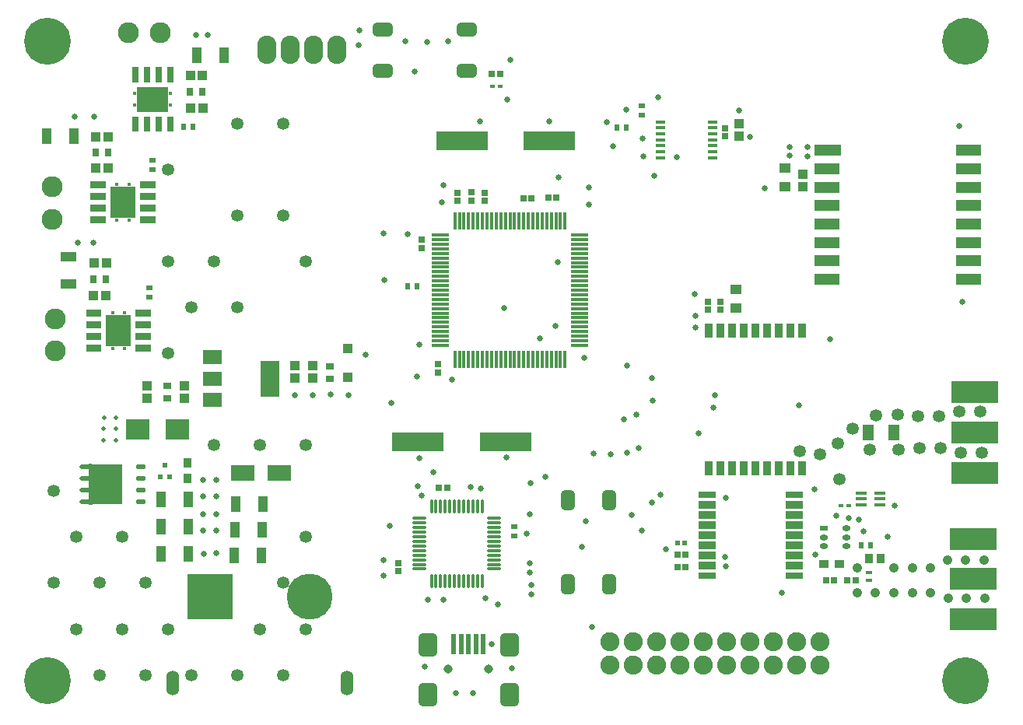
<source format=gbr>
%TF.GenerationSoftware,Altium Limited,Altium Designer,24.10.1 (45)*%
G04 Layer_Color=8388736*
%FSLAX45Y45*%
%MOMM*%
%TF.SameCoordinates,E1515796-6FB3-4C94-B68D-87BC939BF7D9*%
%TF.FilePolarity,Negative*%
%TF.FileFunction,Soldermask,Top*%
%TF.Part,Single*%
G01*
G75*
%TA.AperFunction,SMDPad,CuDef*%
%ADD20R,0.93980X1.60020*%
%ADD116O,0.32600X1.62600*%
%ADD117O,1.62600X0.32600*%
%ADD118R,0.57600X0.67600*%
%ADD119R,1.07600X0.97600*%
%ADD120R,1.07600X0.42600*%
%ADD121R,0.67600X0.57600*%
%ADD122R,0.71600X0.67600*%
%ADD123R,5.07600X2.36600*%
%ADD124R,5.15600X2.49100*%
%ADD125R,1.27600X1.72600*%
%ADD126R,5.57600X2.07600*%
%ADD127R,1.87600X0.77600*%
%ADD128R,1.87600X0.87600*%
%ADD129O,1.87600X0.37600*%
%ADD130O,0.37600X1.87600*%
%ADD131R,0.67600X0.71600*%
%ADD132R,0.57600X2.32600*%
%ADD133R,2.07600X3.87600*%
%ADD134R,2.07600X1.57600*%
G04:AMPARAMS|DCode=135|XSize=1.476mm|YSize=2.176mm|CornerRadius=0.388mm|HoleSize=0mm|Usage=FLASHONLY|Rotation=90.000|XOffset=0mm|YOffset=0mm|HoleType=Round|Shape=RoundedRectangle|*
%AMROUNDEDRECTD135*
21,1,1.47600,1.40000,0,0,90.0*
21,1,0.70000,2.17600,0,0,90.0*
1,1,0.77600,0.70000,0.35000*
1,1,0.77600,0.70000,-0.35000*
1,1,0.77600,-0.70000,-0.35000*
1,1,0.77600,-0.70000,0.35000*
%
%ADD135ROUNDEDRECTD135*%
%ADD136R,0.97600X1.07600*%
%TA.AperFunction,ConnectorPad*%
%ADD137R,5.07600X2.36600*%
%ADD138R,5.15600X2.49100*%
%TA.AperFunction,SMDPad,CuDef*%
%ADD139R,1.27600X1.07600*%
%ADD140O,0.87600X0.62600*%
%ADD141R,0.87600X0.62600*%
%ADD142R,0.87600X0.97600*%
%ADD143R,0.47600X0.37600*%
%ADD144R,1.24440X0.43160*%
%ADD145R,0.72600X0.42600*%
%ADD146R,0.97600X0.87600*%
%ADD147R,0.47600X0.57600*%
%ADD148R,1.12600X1.67600*%
%ADD149R,1.67600X1.12600*%
%ADD150R,0.72600X0.87600*%
G04:AMPARAMS|DCode=151|XSize=2.076mm|YSize=2.576mm|CornerRadius=0.538mm|HoleSize=0mm|Usage=FLASHONLY|Rotation=0.000|XOffset=0mm|YOffset=0mm|HoleType=Round|Shape=RoundedRectangle|*
%AMROUNDEDRECTD151*
21,1,2.07600,1.50000,0,0,0.0*
21,1,1.00000,2.57600,0,0,0.0*
1,1,1.07600,0.50000,-0.75000*
1,1,1.07600,-0.50000,-0.75000*
1,1,1.07600,-0.50000,0.75000*
1,1,1.07600,0.50000,0.75000*
%
%ADD151ROUNDEDRECTD151*%
%ADD152R,0.87600X0.72600*%
%ADD153R,1.02600X0.97600*%
%ADD154R,2.52600X2.22600*%
%ADD155R,0.47600X0.58600*%
%ADD156R,2.57600X1.77600*%
%ADD157O,1.07600X0.57600*%
%ADD158O,1.47600X0.57600*%
%ADD159R,2.67600X1.17600*%
%ADD160R,2.87600X1.17600*%
G04:AMPARAMS|DCode=161|XSize=1.476mm|YSize=2.176mm|CornerRadius=0.388mm|HoleSize=0mm|Usage=FLASHONLY|Rotation=180.000|XOffset=0mm|YOffset=0mm|HoleType=Round|Shape=RoundedRectangle|*
%AMROUNDEDRECTD161*
21,1,1.47600,1.40000,0,0,180.0*
21,1,0.70000,2.17600,0,0,180.0*
1,1,0.77600,-0.35000,0.70000*
1,1,0.77600,0.35000,0.70000*
1,1,0.77600,0.35000,-0.70000*
1,1,0.77600,-0.35000,-0.70000*
%
%ADD161ROUNDEDRECTD161*%
%TA.AperFunction,ComponentPad*%
%ADD162C,2.07600*%
%ADD163O,1.37600X2.67600*%
%ADD164C,4.99200*%
%ADD165R,4.99200X4.99200*%
%TA.AperFunction,ViaPad*%
%ADD166C,5.10000*%
%TA.AperFunction,ComponentPad*%
%ADD167C,2.27600*%
%ADD168O,2.07600X3.07600*%
%ADD169C,0.37600*%
%ADD170C,0.97600*%
%TA.AperFunction,ViaPad*%
%ADD171C,1.34600*%
%ADD172C,1.07600*%
%ADD173C,0.67600*%
%ADD174C,0.47600*%
G36*
X1765800Y7079400D02*
X1766000D01*
X1766300Y7079300D01*
X1766500D01*
X1766800Y7079200D01*
X1767000Y7079100D01*
X1767300Y7079000D01*
X1767500Y7078800D01*
X1767700Y7078700D01*
X1767900Y7078500D01*
X1768100Y7078400D01*
X1768300Y7078200D01*
X1768500Y7078000D01*
X1768700Y7077800D01*
X1768900Y7077600D01*
X1769000Y7077400D01*
X1769200Y7077200D01*
X1769300Y7077000D01*
X1769500Y7076800D01*
X1769600Y7076500D01*
X1769700Y7076300D01*
X1769800Y7076000D01*
Y7075800D01*
X1769900Y7075500D01*
Y7075300D01*
X1770000Y7075000D01*
Y6915000D01*
X1769900Y6914700D01*
Y6914500D01*
X1769800Y6914200D01*
Y6914000D01*
X1769700Y6913700D01*
X1769600Y6913500D01*
X1769500Y6913200D01*
X1769300Y6913000D01*
X1769200Y6912800D01*
X1769000Y6912600D01*
X1768900Y6912400D01*
X1768700Y6912200D01*
X1768500Y6912000D01*
X1768300Y6911800D01*
X1768100Y6911600D01*
X1767900Y6911500D01*
X1767700Y6911300D01*
X1767500Y6911200D01*
X1767300Y6911000D01*
X1767000Y6910900D01*
X1766800Y6910800D01*
X1766500Y6910700D01*
X1766300D01*
X1766000Y6910600D01*
X1765800D01*
X1765500Y6910500D01*
X1700500D01*
X1700200Y6910600D01*
X1700000D01*
X1699700Y6910700D01*
X1699500D01*
X1699200Y6910800D01*
X1699000Y6910900D01*
X1698700Y6911000D01*
X1698500Y6911200D01*
X1698300Y6911300D01*
X1698100Y6911500D01*
X1697900Y6911600D01*
X1697700Y6911800D01*
X1697500Y6912000D01*
X1697300Y6912200D01*
X1697100Y6912400D01*
X1697000Y6912600D01*
X1696800Y6912800D01*
X1696700Y6913000D01*
X1696500Y6913200D01*
X1696400Y6913500D01*
X1696300Y6913700D01*
X1696200Y6914000D01*
Y6914200D01*
X1696100Y6914500D01*
Y6914700D01*
X1696000Y6915000D01*
Y7075000D01*
X1696100Y7075300D01*
Y7075500D01*
X1696200Y7075800D01*
Y7076000D01*
X1696300Y7076300D01*
X1696400Y7076500D01*
X1696500Y7076800D01*
X1696700Y7077000D01*
X1696800Y7077200D01*
X1697000Y7077400D01*
X1697100Y7077600D01*
X1697300Y7077800D01*
X1697500Y7078000D01*
X1697700Y7078200D01*
X1697900Y7078400D01*
X1698100Y7078500D01*
X1698300Y7078700D01*
X1698500Y7078800D01*
X1698700Y7079000D01*
X1699000Y7079100D01*
X1699200Y7079200D01*
X1699500Y7079300D01*
X1699700D01*
X1700000Y7079400D01*
X1700200D01*
X1700500Y7079500D01*
X1765500D01*
X1765800Y7079400D01*
D02*
G37*
G36*
X1638800D02*
X1639000D01*
X1639300Y7079300D01*
X1639500D01*
X1639800Y7079200D01*
X1640000Y7079100D01*
X1640300Y7079000D01*
X1640500Y7078800D01*
X1640700Y7078700D01*
X1640900Y7078500D01*
X1641100Y7078400D01*
X1641300Y7078200D01*
X1641500Y7078000D01*
X1641700Y7077800D01*
X1641900Y7077600D01*
X1642000Y7077400D01*
X1642200Y7077200D01*
X1642300Y7077000D01*
X1642500Y7076800D01*
X1642600Y7076500D01*
X1642700Y7076300D01*
X1642800Y7076000D01*
Y7075800D01*
X1642900Y7075500D01*
Y7075300D01*
X1643000Y7075000D01*
Y6915000D01*
X1642900Y6914700D01*
Y6914500D01*
X1642800Y6914200D01*
Y6914000D01*
X1642700Y6913700D01*
X1642600Y6913500D01*
X1642500Y6913200D01*
X1642300Y6913000D01*
X1642200Y6912800D01*
X1642000Y6912600D01*
X1641900Y6912400D01*
X1641700Y6912200D01*
X1641500Y6912000D01*
X1641300Y6911800D01*
X1641100Y6911600D01*
X1640900Y6911500D01*
X1640700Y6911300D01*
X1640500Y6911200D01*
X1640300Y6911000D01*
X1640000Y6910900D01*
X1639800Y6910800D01*
X1639500Y6910700D01*
X1639300D01*
X1639000Y6910600D01*
X1638800D01*
X1638500Y6910500D01*
X1573500D01*
X1573200Y6910600D01*
X1573000D01*
X1572700Y6910700D01*
X1572500D01*
X1572200Y6910800D01*
X1572000Y6910900D01*
X1571700Y6911000D01*
X1571500Y6911200D01*
X1571300Y6911300D01*
X1571100Y6911500D01*
X1570900Y6911600D01*
X1570700Y6911800D01*
X1570500Y6912000D01*
X1570300Y6912200D01*
X1570100Y6912400D01*
X1570000Y6912600D01*
X1569800Y6912800D01*
X1569700Y6913000D01*
X1569500Y6913200D01*
X1569400Y6913500D01*
X1569300Y6913700D01*
X1569200Y6914000D01*
Y6914200D01*
X1569100Y6914500D01*
Y6914700D01*
X1569000Y6915000D01*
Y7075000D01*
X1569100Y7075300D01*
Y7075500D01*
X1569200Y7075800D01*
Y7076000D01*
X1569300Y7076300D01*
X1569400Y7076500D01*
X1569500Y7076800D01*
X1569700Y7077000D01*
X1569800Y7077200D01*
X1570000Y7077400D01*
X1570100Y7077600D01*
X1570300Y7077800D01*
X1570500Y7078000D01*
X1570700Y7078200D01*
X1570900Y7078400D01*
X1571100Y7078500D01*
X1571300Y7078700D01*
X1571500Y7078800D01*
X1571700Y7079000D01*
X1572000Y7079100D01*
X1572200Y7079200D01*
X1572500Y7079300D01*
X1572700D01*
X1573000Y7079400D01*
X1573200D01*
X1573500Y7079500D01*
X1638500D01*
X1638800Y7079400D01*
D02*
G37*
G36*
X1511800D02*
X1512000D01*
X1512300Y7079300D01*
X1512500D01*
X1512800Y7079200D01*
X1513000Y7079100D01*
X1513300Y7079000D01*
X1513500Y7078800D01*
X1513700Y7078700D01*
X1513900Y7078500D01*
X1514100Y7078400D01*
X1514300Y7078200D01*
X1514500Y7078000D01*
X1514700Y7077800D01*
X1514900Y7077600D01*
X1515000Y7077400D01*
X1515200Y7077200D01*
X1515300Y7077000D01*
X1515500Y7076800D01*
X1515600Y7076500D01*
X1515700Y7076300D01*
X1515800Y7076000D01*
Y7075800D01*
X1515900Y7075500D01*
Y7075300D01*
X1516000Y7075000D01*
Y6915000D01*
X1515900Y6914700D01*
Y6914500D01*
X1515800Y6914200D01*
Y6914000D01*
X1515700Y6913700D01*
X1515600Y6913500D01*
X1515500Y6913200D01*
X1515300Y6913000D01*
X1515200Y6912800D01*
X1515000Y6912600D01*
X1514900Y6912400D01*
X1514700Y6912200D01*
X1514500Y6912000D01*
X1514300Y6911800D01*
X1514100Y6911600D01*
X1513900Y6911500D01*
X1513700Y6911300D01*
X1513500Y6911200D01*
X1513300Y6911000D01*
X1513000Y6910900D01*
X1512800Y6910800D01*
X1512500Y6910700D01*
X1512300D01*
X1512000Y6910600D01*
X1511800D01*
X1511500Y6910500D01*
X1446500D01*
X1446200Y6910600D01*
X1446000D01*
X1445700Y6910700D01*
X1445500D01*
X1445200Y6910800D01*
X1445000Y6910900D01*
X1444700Y6911000D01*
X1444500Y6911200D01*
X1444300Y6911300D01*
X1444100Y6911500D01*
X1443900Y6911600D01*
X1443700Y6911800D01*
X1443500Y6912000D01*
X1443300Y6912200D01*
X1443100Y6912400D01*
X1443000Y6912600D01*
X1442800Y6912800D01*
X1442700Y6913000D01*
X1442500Y6913200D01*
X1442400Y6913500D01*
X1442300Y6913700D01*
X1442200Y6914000D01*
Y6914200D01*
X1442100Y6914500D01*
Y6914700D01*
X1442000Y6915000D01*
Y7075000D01*
X1442100Y7075300D01*
Y7075500D01*
X1442200Y7075800D01*
Y7076000D01*
X1442300Y7076300D01*
X1442400Y7076500D01*
X1442500Y7076800D01*
X1442700Y7077000D01*
X1442800Y7077200D01*
X1443000Y7077400D01*
X1443100Y7077600D01*
X1443300Y7077800D01*
X1443500Y7078000D01*
X1443700Y7078200D01*
X1443900Y7078400D01*
X1444100Y7078500D01*
X1444300Y7078700D01*
X1444500Y7078800D01*
X1444700Y7079000D01*
X1445000Y7079100D01*
X1445200Y7079200D01*
X1445500Y7079300D01*
X1445700D01*
X1446000Y7079400D01*
X1446200D01*
X1446500Y7079500D01*
X1511500D01*
X1511800Y7079400D01*
D02*
G37*
G36*
X1384800D02*
X1385000D01*
X1385300Y7079300D01*
X1385500D01*
X1385800Y7079200D01*
X1386000Y7079100D01*
X1386300Y7079000D01*
X1386500Y7078800D01*
X1386700Y7078700D01*
X1386900Y7078500D01*
X1387100Y7078400D01*
X1387300Y7078200D01*
X1387500Y7078000D01*
X1387700Y7077800D01*
X1387900Y7077600D01*
X1388000Y7077400D01*
X1388200Y7077200D01*
X1388300Y7077000D01*
X1388500Y7076800D01*
X1388600Y7076500D01*
X1388700Y7076300D01*
X1388800Y7076000D01*
Y7075800D01*
X1388900Y7075500D01*
Y7075300D01*
X1389000Y7075000D01*
Y6915000D01*
X1388900Y6914700D01*
Y6914500D01*
X1388800Y6914200D01*
Y6914000D01*
X1388700Y6913700D01*
X1388600Y6913500D01*
X1388500Y6913200D01*
X1388300Y6913000D01*
X1388200Y6912800D01*
X1388000Y6912600D01*
X1387900Y6912400D01*
X1387700Y6912200D01*
X1387500Y6912000D01*
X1387300Y6911800D01*
X1387100Y6911600D01*
X1386900Y6911500D01*
X1386700Y6911300D01*
X1386500Y6911200D01*
X1386300Y6911000D01*
X1386000Y6910900D01*
X1385800Y6910800D01*
X1385500Y6910700D01*
X1385300D01*
X1385000Y6910600D01*
X1384800D01*
X1384500Y6910500D01*
X1319500D01*
X1319200Y6910600D01*
X1319000D01*
X1318700Y6910700D01*
X1318500D01*
X1318200Y6910800D01*
X1318000Y6910900D01*
X1317700Y6911000D01*
X1317500Y6911200D01*
X1317300Y6911300D01*
X1317100Y6911500D01*
X1316900Y6911600D01*
X1316700Y6911800D01*
X1316500Y6912000D01*
X1316300Y6912200D01*
X1316100Y6912400D01*
X1316000Y6912600D01*
X1315800Y6912800D01*
X1315700Y6913000D01*
X1315500Y6913200D01*
X1315400Y6913500D01*
X1315300Y6913700D01*
X1315200Y6914000D01*
Y6914200D01*
X1315100Y6914500D01*
Y6914700D01*
X1315000Y6915000D01*
Y7075000D01*
X1315100Y7075300D01*
Y7075500D01*
X1315200Y7075800D01*
Y7076000D01*
X1315300Y7076300D01*
X1315400Y7076500D01*
X1315500Y7076800D01*
X1315700Y7077000D01*
X1315800Y7077200D01*
X1316000Y7077400D01*
X1316100Y7077600D01*
X1316300Y7077800D01*
X1316500Y7078000D01*
X1316700Y7078200D01*
X1316900Y7078400D01*
X1317100Y7078500D01*
X1317300Y7078700D01*
X1317500Y7078800D01*
X1317700Y7079000D01*
X1318000Y7079100D01*
X1318200Y7079200D01*
X1318500Y7079300D01*
X1318700D01*
X1319000Y7079400D01*
X1319200D01*
X1319500Y7079500D01*
X1384500D01*
X1384800Y7079400D01*
D02*
G37*
G36*
X1712500Y6589500D02*
X1372500D01*
Y6860500D01*
X1712500D01*
Y6589500D01*
D02*
G37*
G36*
X1765800Y6539400D02*
X1766000D01*
X1766300Y6539300D01*
X1766500D01*
X1766800Y6539200D01*
X1767000Y6539100D01*
X1767300Y6539000D01*
X1767500Y6538800D01*
X1767700Y6538700D01*
X1767900Y6538500D01*
X1768100Y6538400D01*
X1768300Y6538200D01*
X1768500Y6538000D01*
X1768700Y6537800D01*
X1768900Y6537600D01*
X1769000Y6537400D01*
X1769200Y6537200D01*
X1769300Y6537000D01*
X1769500Y6536800D01*
X1769600Y6536500D01*
X1769700Y6536300D01*
X1769800Y6536000D01*
Y6535800D01*
X1769900Y6535500D01*
Y6535300D01*
X1770000Y6535000D01*
Y6375000D01*
X1769900Y6374700D01*
Y6374500D01*
X1769800Y6374200D01*
Y6374000D01*
X1769700Y6373700D01*
X1769600Y6373500D01*
X1769500Y6373200D01*
X1769300Y6373000D01*
X1769200Y6372800D01*
X1769000Y6372600D01*
X1768900Y6372400D01*
X1768700Y6372200D01*
X1768500Y6372000D01*
X1768300Y6371800D01*
X1768100Y6371600D01*
X1767900Y6371500D01*
X1767700Y6371300D01*
X1767500Y6371200D01*
X1767300Y6371000D01*
X1767000Y6370900D01*
X1766800Y6370800D01*
X1766500Y6370700D01*
X1766300D01*
X1766000Y6370600D01*
X1765800D01*
X1765500Y6370500D01*
X1700500D01*
X1700200Y6370600D01*
X1700000D01*
X1699700Y6370700D01*
X1699500D01*
X1699200Y6370800D01*
X1699000Y6370900D01*
X1698700Y6371000D01*
X1698500Y6371200D01*
X1698300Y6371300D01*
X1698100Y6371500D01*
X1697900Y6371600D01*
X1697700Y6371800D01*
X1697500Y6372000D01*
X1697300Y6372200D01*
X1697100Y6372400D01*
X1697000Y6372600D01*
X1696800Y6372800D01*
X1696700Y6373000D01*
X1696500Y6373200D01*
X1696400Y6373500D01*
X1696300Y6373700D01*
X1696200Y6374000D01*
Y6374200D01*
X1696100Y6374500D01*
Y6374700D01*
X1696000Y6375000D01*
Y6535000D01*
X1696100Y6535300D01*
Y6535500D01*
X1696200Y6535800D01*
Y6536000D01*
X1696300Y6536300D01*
X1696400Y6536500D01*
X1696500Y6536800D01*
X1696700Y6537000D01*
X1696800Y6537200D01*
X1697000Y6537400D01*
X1697100Y6537600D01*
X1697300Y6537800D01*
X1697500Y6538000D01*
X1697700Y6538200D01*
X1697900Y6538400D01*
X1698100Y6538500D01*
X1698300Y6538700D01*
X1698500Y6538800D01*
X1698700Y6539000D01*
X1699000Y6539100D01*
X1699200Y6539200D01*
X1699500Y6539300D01*
X1699700D01*
X1700000Y6539400D01*
X1700200D01*
X1700500Y6539500D01*
X1765500D01*
X1765800Y6539400D01*
D02*
G37*
G36*
X1638800D02*
X1639000D01*
X1639300Y6539300D01*
X1639500D01*
X1639800Y6539200D01*
X1640000Y6539100D01*
X1640300Y6539000D01*
X1640500Y6538800D01*
X1640700Y6538700D01*
X1640900Y6538500D01*
X1641100Y6538400D01*
X1641300Y6538200D01*
X1641500Y6538000D01*
X1641700Y6537800D01*
X1641900Y6537600D01*
X1642000Y6537400D01*
X1642200Y6537200D01*
X1642300Y6537000D01*
X1642500Y6536800D01*
X1642600Y6536500D01*
X1642700Y6536300D01*
X1642800Y6536000D01*
Y6535800D01*
X1642900Y6535500D01*
Y6535300D01*
X1643000Y6535000D01*
Y6375000D01*
X1642900Y6374700D01*
Y6374500D01*
X1642800Y6374200D01*
Y6374000D01*
X1642700Y6373700D01*
X1642600Y6373500D01*
X1642500Y6373200D01*
X1642300Y6373000D01*
X1642200Y6372800D01*
X1642000Y6372600D01*
X1641900Y6372400D01*
X1641700Y6372200D01*
X1641500Y6372000D01*
X1641300Y6371800D01*
X1641100Y6371600D01*
X1640900Y6371500D01*
X1640700Y6371300D01*
X1640500Y6371200D01*
X1640300Y6371000D01*
X1640000Y6370900D01*
X1639800Y6370800D01*
X1639500Y6370700D01*
X1639300D01*
X1639000Y6370600D01*
X1638800D01*
X1638500Y6370500D01*
X1573500D01*
X1573200Y6370600D01*
X1573000D01*
X1572700Y6370700D01*
X1572500D01*
X1572200Y6370800D01*
X1572000Y6370900D01*
X1571700Y6371000D01*
X1571500Y6371200D01*
X1571300Y6371300D01*
X1571100Y6371500D01*
X1570900Y6371600D01*
X1570700Y6371800D01*
X1570500Y6372000D01*
X1570300Y6372200D01*
X1570100Y6372400D01*
X1570000Y6372600D01*
X1569800Y6372800D01*
X1569700Y6373000D01*
X1569500Y6373200D01*
X1569400Y6373500D01*
X1569300Y6373700D01*
X1569200Y6374000D01*
Y6374200D01*
X1569100Y6374500D01*
Y6374700D01*
X1569000Y6375000D01*
Y6535000D01*
X1569100Y6535300D01*
Y6535500D01*
X1569200Y6535800D01*
Y6536000D01*
X1569300Y6536300D01*
X1569400Y6536500D01*
X1569500Y6536800D01*
X1569700Y6537000D01*
X1569800Y6537200D01*
X1570000Y6537400D01*
X1570100Y6537600D01*
X1570300Y6537800D01*
X1570500Y6538000D01*
X1570700Y6538200D01*
X1570900Y6538400D01*
X1571100Y6538500D01*
X1571300Y6538700D01*
X1571500Y6538800D01*
X1571700Y6539000D01*
X1572000Y6539100D01*
X1572200Y6539200D01*
X1572500Y6539300D01*
X1572700D01*
X1573000Y6539400D01*
X1573200D01*
X1573500Y6539500D01*
X1638500D01*
X1638800Y6539400D01*
D02*
G37*
G36*
X1511800D02*
X1512000D01*
X1512300Y6539300D01*
X1512500D01*
X1512800Y6539200D01*
X1513000Y6539100D01*
X1513300Y6539000D01*
X1513500Y6538800D01*
X1513700Y6538700D01*
X1513900Y6538500D01*
X1514100Y6538400D01*
X1514300Y6538200D01*
X1514500Y6538000D01*
X1514700Y6537800D01*
X1514900Y6537600D01*
X1515000Y6537400D01*
X1515200Y6537200D01*
X1515300Y6537000D01*
X1515500Y6536800D01*
X1515600Y6536500D01*
X1515700Y6536300D01*
X1515800Y6536000D01*
Y6535800D01*
X1515900Y6535500D01*
Y6535300D01*
X1516000Y6535000D01*
Y6375000D01*
X1515900Y6374700D01*
Y6374500D01*
X1515800Y6374200D01*
Y6374000D01*
X1515700Y6373700D01*
X1515600Y6373500D01*
X1515500Y6373200D01*
X1515300Y6373000D01*
X1515200Y6372800D01*
X1515000Y6372600D01*
X1514900Y6372400D01*
X1514700Y6372200D01*
X1514500Y6372000D01*
X1514300Y6371800D01*
X1514100Y6371600D01*
X1513900Y6371500D01*
X1513700Y6371300D01*
X1513500Y6371200D01*
X1513300Y6371000D01*
X1513000Y6370900D01*
X1512800Y6370800D01*
X1512500Y6370700D01*
X1512300D01*
X1512000Y6370600D01*
X1511800D01*
X1511500Y6370500D01*
X1446500D01*
X1446200Y6370600D01*
X1446000D01*
X1445700Y6370700D01*
X1445500D01*
X1445200Y6370800D01*
X1445000Y6370900D01*
X1444700Y6371000D01*
X1444500Y6371200D01*
X1444300Y6371300D01*
X1444100Y6371500D01*
X1443900Y6371600D01*
X1443700Y6371800D01*
X1443500Y6372000D01*
X1443300Y6372200D01*
X1443100Y6372400D01*
X1443000Y6372600D01*
X1442800Y6372800D01*
X1442700Y6373000D01*
X1442500Y6373200D01*
X1442400Y6373500D01*
X1442300Y6373700D01*
X1442200Y6374000D01*
Y6374200D01*
X1442100Y6374500D01*
Y6374700D01*
X1442000Y6375000D01*
Y6535000D01*
X1442100Y6535300D01*
Y6535500D01*
X1442200Y6535800D01*
Y6536000D01*
X1442300Y6536300D01*
X1442400Y6536500D01*
X1442500Y6536800D01*
X1442700Y6537000D01*
X1442800Y6537200D01*
X1443000Y6537400D01*
X1443100Y6537600D01*
X1443300Y6537800D01*
X1443500Y6538000D01*
X1443700Y6538200D01*
X1443900Y6538400D01*
X1444100Y6538500D01*
X1444300Y6538700D01*
X1444500Y6538800D01*
X1444700Y6539000D01*
X1445000Y6539100D01*
X1445200Y6539200D01*
X1445500Y6539300D01*
X1445700D01*
X1446000Y6539400D01*
X1446200D01*
X1446500Y6539500D01*
X1511500D01*
X1511800Y6539400D01*
D02*
G37*
G36*
X1384800D02*
X1385000D01*
X1385300Y6539300D01*
X1385500D01*
X1385800Y6539200D01*
X1386000Y6539100D01*
X1386300Y6539000D01*
X1386500Y6538800D01*
X1386700Y6538700D01*
X1386900Y6538500D01*
X1387100Y6538400D01*
X1387300Y6538200D01*
X1387500Y6538000D01*
X1387700Y6537800D01*
X1387900Y6537600D01*
X1388000Y6537400D01*
X1388200Y6537200D01*
X1388300Y6537000D01*
X1388500Y6536800D01*
X1388600Y6536500D01*
X1388700Y6536300D01*
X1388800Y6536000D01*
Y6535800D01*
X1388900Y6535500D01*
Y6535300D01*
X1389000Y6535000D01*
Y6375000D01*
X1388900Y6374700D01*
Y6374500D01*
X1388800Y6374200D01*
Y6374000D01*
X1388700Y6373700D01*
X1388600Y6373500D01*
X1388500Y6373200D01*
X1388300Y6373000D01*
X1388200Y6372800D01*
X1388000Y6372600D01*
X1387900Y6372400D01*
X1387700Y6372200D01*
X1387500Y6372000D01*
X1387300Y6371800D01*
X1387100Y6371600D01*
X1386900Y6371500D01*
X1386700Y6371300D01*
X1386500Y6371200D01*
X1386300Y6371000D01*
X1386000Y6370900D01*
X1385800Y6370800D01*
X1385500Y6370700D01*
X1385300D01*
X1385000Y6370600D01*
X1384800D01*
X1384500Y6370500D01*
X1319500D01*
X1319200Y6370600D01*
X1319000D01*
X1318700Y6370700D01*
X1318500D01*
X1318200Y6370800D01*
X1318000Y6370900D01*
X1317700Y6371000D01*
X1317500Y6371200D01*
X1317300Y6371300D01*
X1317100Y6371500D01*
X1316900Y6371600D01*
X1316700Y6371800D01*
X1316500Y6372000D01*
X1316300Y6372200D01*
X1316100Y6372400D01*
X1316000Y6372600D01*
X1315800Y6372800D01*
X1315700Y6373000D01*
X1315500Y6373200D01*
X1315400Y6373500D01*
X1315300Y6373700D01*
X1315200Y6374000D01*
Y6374200D01*
X1315100Y6374500D01*
Y6374700D01*
X1315000Y6375000D01*
Y6535000D01*
X1315100Y6535300D01*
Y6535500D01*
X1315200Y6535800D01*
Y6536000D01*
X1315300Y6536300D01*
X1315400Y6536500D01*
X1315500Y6536800D01*
X1315700Y6537000D01*
X1315800Y6537200D01*
X1316000Y6537400D01*
X1316100Y6537600D01*
X1316300Y6537800D01*
X1316500Y6538000D01*
X1316700Y6538200D01*
X1316900Y6538400D01*
X1317100Y6538500D01*
X1317300Y6538700D01*
X1317500Y6538800D01*
X1317700Y6539000D01*
X1318000Y6539100D01*
X1318200Y6539200D01*
X1318500Y6539300D01*
X1318700D01*
X1319000Y6539400D01*
X1319200D01*
X1319500Y6539500D01*
X1384500D01*
X1384800Y6539400D01*
D02*
G37*
G36*
X1567800Y5829901D02*
X1568000D01*
X1568300Y5829801D01*
X1568500D01*
X1568800Y5829701D01*
X1569000Y5829600D01*
X1569300Y5829501D01*
X1569500Y5829301D01*
X1569700Y5829201D01*
X1569900Y5829001D01*
X1570100Y5828901D01*
X1570300Y5828701D01*
X1570500Y5828501D01*
X1570700Y5828301D01*
X1570900Y5828101D01*
X1571000Y5827901D01*
X1571200Y5827701D01*
X1571300Y5827501D01*
X1571500Y5827301D01*
X1571600Y5827001D01*
X1571700Y5826801D01*
X1571800Y5826501D01*
Y5826301D01*
X1571900Y5826001D01*
Y5825801D01*
X1572000Y5825501D01*
Y5825301D01*
Y5825001D01*
Y5761001D01*
Y5760701D01*
Y5760501D01*
X1571900Y5760201D01*
Y5760001D01*
X1571800Y5759701D01*
Y5759501D01*
X1571700Y5759201D01*
X1571600Y5759001D01*
X1571500Y5758701D01*
X1571300Y5758501D01*
X1571200Y5758301D01*
X1571000Y5758100D01*
X1570900Y5757901D01*
X1570700Y5757701D01*
X1570500Y5757501D01*
X1570300Y5757301D01*
X1570100Y5757100D01*
X1569900Y5757001D01*
X1569700Y5756801D01*
X1569500Y5756701D01*
X1569300Y5756501D01*
X1569000Y5756401D01*
X1568800Y5756301D01*
X1568500Y5756201D01*
X1568300D01*
X1568000Y5756101D01*
X1567800D01*
X1567500Y5756001D01*
X1407500D01*
X1407200Y5756101D01*
X1407000D01*
X1406700Y5756201D01*
X1406500D01*
X1406200Y5756301D01*
X1406000Y5756401D01*
X1405700Y5756501D01*
X1405500Y5756701D01*
X1405300Y5756801D01*
X1405100Y5757001D01*
X1404900Y5757100D01*
X1404700Y5757301D01*
X1404500Y5757501D01*
X1404300Y5757701D01*
X1404100Y5757901D01*
X1404000Y5758100D01*
X1403800Y5758301D01*
X1403700Y5758501D01*
X1403500Y5758701D01*
X1403400Y5759001D01*
X1403300Y5759201D01*
X1403200Y5759501D01*
Y5759701D01*
X1403100Y5760001D01*
Y5760201D01*
X1403000Y5760501D01*
Y5760701D01*
Y5761001D01*
Y5825001D01*
Y5825301D01*
Y5825501D01*
X1403100Y5825801D01*
Y5826001D01*
X1403200Y5826301D01*
Y5826501D01*
X1403300Y5826801D01*
X1403400Y5827001D01*
X1403500Y5827301D01*
X1403700Y5827501D01*
X1403800Y5827701D01*
X1404000Y5827901D01*
X1404100Y5828101D01*
X1404300Y5828301D01*
X1404500Y5828501D01*
X1404700Y5828701D01*
X1404900Y5828901D01*
X1405100Y5829001D01*
X1405300Y5829201D01*
X1405500Y5829301D01*
X1405700Y5829501D01*
X1406000Y5829600D01*
X1406200Y5829701D01*
X1406500Y5829801D01*
X1406700D01*
X1407000Y5829901D01*
X1407200D01*
X1407500Y5830001D01*
X1567500D01*
X1567800Y5829901D01*
D02*
G37*
G36*
X1027800D02*
X1028000D01*
X1028300Y5829801D01*
X1028500D01*
X1028800Y5829701D01*
X1029000Y5829600D01*
X1029300Y5829501D01*
X1029500Y5829301D01*
X1029700Y5829201D01*
X1029900Y5829001D01*
X1030100Y5828901D01*
X1030300Y5828701D01*
X1030500Y5828501D01*
X1030700Y5828301D01*
X1030900Y5828101D01*
X1031000Y5827901D01*
X1031200Y5827701D01*
X1031300Y5827501D01*
X1031500Y5827301D01*
X1031600Y5827001D01*
X1031700Y5826801D01*
X1031800Y5826501D01*
Y5826301D01*
X1031900Y5826001D01*
Y5825801D01*
X1032000Y5825501D01*
Y5825301D01*
Y5825001D01*
Y5761001D01*
Y5760701D01*
Y5760501D01*
X1031900Y5760201D01*
Y5760001D01*
X1031800Y5759701D01*
Y5759501D01*
X1031700Y5759201D01*
X1031600Y5759001D01*
X1031500Y5758701D01*
X1031300Y5758501D01*
X1031200Y5758301D01*
X1031000Y5758100D01*
X1030900Y5757901D01*
X1030700Y5757701D01*
X1030500Y5757501D01*
X1030300Y5757301D01*
X1030100Y5757100D01*
X1029900Y5757001D01*
X1029700Y5756801D01*
X1029500Y5756701D01*
X1029300Y5756501D01*
X1029000Y5756401D01*
X1028800Y5756301D01*
X1028500Y5756201D01*
X1028300D01*
X1028000Y5756101D01*
X1027800D01*
X1027500Y5756001D01*
X867500D01*
X867200Y5756101D01*
X867000D01*
X866700Y5756201D01*
X866500D01*
X866200Y5756301D01*
X866000Y5756401D01*
X865700Y5756501D01*
X865500Y5756701D01*
X865300Y5756801D01*
X865100Y5757001D01*
X864900Y5757100D01*
X864700Y5757301D01*
X864500Y5757501D01*
X864300Y5757701D01*
X864100Y5757901D01*
X864000Y5758100D01*
X863800Y5758301D01*
X863700Y5758501D01*
X863500Y5758701D01*
X863400Y5759001D01*
X863300Y5759201D01*
X863200Y5759501D01*
Y5759701D01*
X863100Y5760001D01*
Y5760201D01*
X863000Y5760501D01*
Y5760701D01*
Y5761001D01*
Y5825001D01*
Y5825301D01*
Y5825501D01*
X863100Y5825801D01*
Y5826001D01*
X863200Y5826301D01*
Y5826501D01*
X863300Y5826801D01*
X863400Y5827001D01*
X863500Y5827301D01*
X863700Y5827501D01*
X863800Y5827701D01*
X864000Y5827901D01*
X864100Y5828101D01*
X864300Y5828301D01*
X864500Y5828501D01*
X864700Y5828701D01*
X864900Y5828901D01*
X865100Y5829001D01*
X865300Y5829201D01*
X865500Y5829301D01*
X865700Y5829501D01*
X866000Y5829600D01*
X866200Y5829701D01*
X866500Y5829801D01*
X866700D01*
X867000Y5829901D01*
X867200D01*
X867500Y5830001D01*
X1027500D01*
X1027800Y5829901D01*
D02*
G37*
G36*
X1567800Y5702901D02*
X1568000D01*
X1568300Y5702801D01*
X1568500D01*
X1568800Y5702701D01*
X1569000Y5702600D01*
X1569300Y5702501D01*
X1569500Y5702301D01*
X1569700Y5702201D01*
X1569900Y5702001D01*
X1570100Y5701901D01*
X1570300Y5701701D01*
X1570500Y5701501D01*
X1570700Y5701301D01*
X1570900Y5701101D01*
X1571000Y5700901D01*
X1571200Y5700701D01*
X1571300Y5700501D01*
X1571500Y5700301D01*
X1571600Y5700001D01*
X1571700Y5699801D01*
X1571800Y5699501D01*
Y5699301D01*
X1571900Y5699001D01*
Y5698801D01*
X1572000Y5698501D01*
Y5698301D01*
Y5698001D01*
Y5634001D01*
Y5633701D01*
Y5633501D01*
X1571900Y5633201D01*
Y5633001D01*
X1571800Y5632701D01*
Y5632501D01*
X1571700Y5632201D01*
X1571600Y5632001D01*
X1571500Y5631701D01*
X1571300Y5631501D01*
X1571200Y5631301D01*
X1571000Y5631100D01*
X1570900Y5630901D01*
X1570700Y5630701D01*
X1570500Y5630501D01*
X1570300Y5630301D01*
X1570100Y5630100D01*
X1569900Y5630001D01*
X1569700Y5629801D01*
X1569500Y5629701D01*
X1569300Y5629501D01*
X1569000Y5629401D01*
X1568800Y5629301D01*
X1568500Y5629201D01*
X1568300D01*
X1568000Y5629101D01*
X1567800D01*
X1567500Y5629001D01*
X1407500D01*
X1407200Y5629101D01*
X1407000D01*
X1406700Y5629201D01*
X1406500D01*
X1406200Y5629301D01*
X1406000Y5629401D01*
X1405700Y5629501D01*
X1405500Y5629701D01*
X1405300Y5629801D01*
X1405100Y5630001D01*
X1404900Y5630100D01*
X1404700Y5630301D01*
X1404500Y5630501D01*
X1404300Y5630701D01*
X1404100Y5630901D01*
X1404000Y5631100D01*
X1403800Y5631301D01*
X1403700Y5631501D01*
X1403500Y5631701D01*
X1403400Y5632001D01*
X1403300Y5632201D01*
X1403200Y5632501D01*
Y5632701D01*
X1403100Y5633001D01*
Y5633201D01*
X1403000Y5633501D01*
Y5633701D01*
Y5634001D01*
Y5698001D01*
Y5698301D01*
Y5698501D01*
X1403100Y5698801D01*
Y5699001D01*
X1403200Y5699301D01*
Y5699501D01*
X1403300Y5699801D01*
X1403400Y5700001D01*
X1403500Y5700301D01*
X1403700Y5700501D01*
X1403800Y5700701D01*
X1404000Y5700901D01*
X1404100Y5701101D01*
X1404300Y5701301D01*
X1404500Y5701501D01*
X1404700Y5701701D01*
X1404900Y5701901D01*
X1405100Y5702001D01*
X1405300Y5702201D01*
X1405500Y5702301D01*
X1405700Y5702501D01*
X1406000Y5702600D01*
X1406200Y5702701D01*
X1406500Y5702801D01*
X1406700D01*
X1407000Y5702901D01*
X1407200D01*
X1407500Y5703001D01*
X1567500D01*
X1567800Y5702901D01*
D02*
G37*
G36*
X1027800D02*
X1028000D01*
X1028300Y5702801D01*
X1028500D01*
X1028800Y5702701D01*
X1029000Y5702600D01*
X1029300Y5702501D01*
X1029500Y5702301D01*
X1029700Y5702201D01*
X1029900Y5702001D01*
X1030100Y5701901D01*
X1030300Y5701701D01*
X1030500Y5701501D01*
X1030700Y5701301D01*
X1030900Y5701101D01*
X1031000Y5700901D01*
X1031200Y5700701D01*
X1031300Y5700501D01*
X1031500Y5700301D01*
X1031600Y5700001D01*
X1031700Y5699801D01*
X1031800Y5699501D01*
Y5699301D01*
X1031900Y5699001D01*
Y5698801D01*
X1032000Y5698501D01*
Y5698301D01*
Y5698001D01*
Y5634001D01*
Y5633701D01*
Y5633501D01*
X1031900Y5633201D01*
Y5633001D01*
X1031800Y5632701D01*
Y5632501D01*
X1031700Y5632201D01*
X1031600Y5632001D01*
X1031500Y5631701D01*
X1031300Y5631501D01*
X1031200Y5631301D01*
X1031000Y5631100D01*
X1030900Y5630901D01*
X1030700Y5630701D01*
X1030500Y5630501D01*
X1030300Y5630301D01*
X1030100Y5630100D01*
X1029900Y5630001D01*
X1029700Y5629801D01*
X1029500Y5629701D01*
X1029300Y5629501D01*
X1029000Y5629401D01*
X1028800Y5629301D01*
X1028500Y5629201D01*
X1028300D01*
X1028000Y5629101D01*
X1027800D01*
X1027500Y5629001D01*
X867500D01*
X867200Y5629101D01*
X867000D01*
X866700Y5629201D01*
X866500D01*
X866200Y5629301D01*
X866000Y5629401D01*
X865700Y5629501D01*
X865500Y5629701D01*
X865300Y5629801D01*
X865100Y5630001D01*
X864900Y5630100D01*
X864700Y5630301D01*
X864500Y5630501D01*
X864300Y5630701D01*
X864100Y5630901D01*
X864000Y5631100D01*
X863800Y5631301D01*
X863700Y5631501D01*
X863500Y5631701D01*
X863400Y5632001D01*
X863300Y5632201D01*
X863200Y5632501D01*
Y5632701D01*
X863100Y5633001D01*
Y5633201D01*
X863000Y5633501D01*
Y5633701D01*
Y5634001D01*
Y5698001D01*
Y5698301D01*
Y5698501D01*
X863100Y5698801D01*
Y5699001D01*
X863200Y5699301D01*
Y5699501D01*
X863300Y5699801D01*
X863400Y5700001D01*
X863500Y5700301D01*
X863700Y5700501D01*
X863800Y5700701D01*
X864000Y5700901D01*
X864100Y5701101D01*
X864300Y5701301D01*
X864500Y5701501D01*
X864700Y5701701D01*
X864900Y5701901D01*
X865100Y5702001D01*
X865300Y5702201D01*
X865500Y5702301D01*
X865700Y5702501D01*
X866000Y5702600D01*
X866200Y5702701D01*
X866500Y5702801D01*
X866700D01*
X867000Y5702901D01*
X867200D01*
X867500Y5703001D01*
X1027500D01*
X1027800Y5702901D01*
D02*
G37*
G36*
X1567800Y5575901D02*
X1568000D01*
X1568300Y5575801D01*
X1568500D01*
X1568800Y5575701D01*
X1569000Y5575600D01*
X1569300Y5575501D01*
X1569500Y5575301D01*
X1569700Y5575201D01*
X1569900Y5575001D01*
X1570100Y5574901D01*
X1570300Y5574701D01*
X1570500Y5574501D01*
X1570700Y5574301D01*
X1570900Y5574101D01*
X1571000Y5573901D01*
X1571200Y5573701D01*
X1571300Y5573501D01*
X1571500Y5573301D01*
X1571600Y5573001D01*
X1571700Y5572801D01*
X1571800Y5572501D01*
Y5572301D01*
X1571900Y5572001D01*
Y5571801D01*
X1572000Y5571501D01*
Y5571301D01*
Y5571001D01*
Y5507001D01*
Y5506701D01*
Y5506501D01*
X1571900Y5506201D01*
Y5506001D01*
X1571800Y5505701D01*
Y5505501D01*
X1571700Y5505201D01*
X1571600Y5505001D01*
X1571500Y5504701D01*
X1571300Y5504501D01*
X1571200Y5504301D01*
X1571000Y5504100D01*
X1570900Y5503901D01*
X1570700Y5503701D01*
X1570500Y5503501D01*
X1570300Y5503301D01*
X1570100Y5503100D01*
X1569900Y5503001D01*
X1569700Y5502801D01*
X1569500Y5502701D01*
X1569300Y5502501D01*
X1569000Y5502401D01*
X1568800Y5502301D01*
X1568500Y5502201D01*
X1568300D01*
X1568000Y5502101D01*
X1567800D01*
X1567500Y5502001D01*
X1407500D01*
X1407200Y5502101D01*
X1407000D01*
X1406700Y5502201D01*
X1406500D01*
X1406200Y5502301D01*
X1406000Y5502401D01*
X1405700Y5502501D01*
X1405500Y5502701D01*
X1405300Y5502801D01*
X1405100Y5503001D01*
X1404900Y5503100D01*
X1404700Y5503301D01*
X1404500Y5503501D01*
X1404300Y5503701D01*
X1404100Y5503901D01*
X1404000Y5504100D01*
X1403800Y5504301D01*
X1403700Y5504501D01*
X1403500Y5504701D01*
X1403400Y5505001D01*
X1403300Y5505201D01*
X1403200Y5505501D01*
Y5505701D01*
X1403100Y5506001D01*
Y5506201D01*
X1403000Y5506501D01*
Y5506701D01*
Y5507001D01*
Y5571001D01*
Y5571301D01*
Y5571501D01*
X1403100Y5571801D01*
Y5572001D01*
X1403200Y5572301D01*
Y5572501D01*
X1403300Y5572801D01*
X1403400Y5573001D01*
X1403500Y5573301D01*
X1403700Y5573501D01*
X1403800Y5573701D01*
X1404000Y5573901D01*
X1404100Y5574101D01*
X1404300Y5574301D01*
X1404500Y5574501D01*
X1404700Y5574701D01*
X1404900Y5574901D01*
X1405100Y5575001D01*
X1405300Y5575201D01*
X1405500Y5575301D01*
X1405700Y5575501D01*
X1406000Y5575600D01*
X1406200Y5575701D01*
X1406500Y5575801D01*
X1406700D01*
X1407000Y5575901D01*
X1407200D01*
X1407500Y5576001D01*
X1567500D01*
X1567800Y5575901D01*
D02*
G37*
G36*
X1027800D02*
X1028000D01*
X1028300Y5575801D01*
X1028500D01*
X1028800Y5575701D01*
X1029000Y5575600D01*
X1029300Y5575501D01*
X1029500Y5575301D01*
X1029700Y5575201D01*
X1029900Y5575001D01*
X1030100Y5574901D01*
X1030300Y5574701D01*
X1030500Y5574501D01*
X1030700Y5574301D01*
X1030900Y5574101D01*
X1031000Y5573901D01*
X1031200Y5573701D01*
X1031300Y5573501D01*
X1031500Y5573301D01*
X1031600Y5573001D01*
X1031700Y5572801D01*
X1031800Y5572501D01*
Y5572301D01*
X1031900Y5572001D01*
Y5571801D01*
X1032000Y5571501D01*
Y5571301D01*
Y5571001D01*
Y5507001D01*
Y5506701D01*
Y5506501D01*
X1031900Y5506201D01*
Y5506001D01*
X1031800Y5505701D01*
Y5505501D01*
X1031700Y5505201D01*
X1031600Y5505001D01*
X1031500Y5504701D01*
X1031300Y5504501D01*
X1031200Y5504301D01*
X1031000Y5504100D01*
X1030900Y5503901D01*
X1030700Y5503701D01*
X1030500Y5503501D01*
X1030300Y5503301D01*
X1030100Y5503100D01*
X1029900Y5503001D01*
X1029700Y5502801D01*
X1029500Y5502701D01*
X1029300Y5502501D01*
X1029000Y5502401D01*
X1028800Y5502301D01*
X1028500Y5502201D01*
X1028300D01*
X1028000Y5502101D01*
X1027800D01*
X1027500Y5502001D01*
X867500D01*
X867200Y5502101D01*
X867000D01*
X866700Y5502201D01*
X866500D01*
X866200Y5502301D01*
X866000Y5502401D01*
X865700Y5502501D01*
X865500Y5502701D01*
X865300Y5502801D01*
X865100Y5503001D01*
X864900Y5503100D01*
X864700Y5503301D01*
X864500Y5503501D01*
X864300Y5503701D01*
X864100Y5503901D01*
X864000Y5504100D01*
X863800Y5504301D01*
X863700Y5504501D01*
X863500Y5504701D01*
X863400Y5505001D01*
X863300Y5505201D01*
X863200Y5505501D01*
Y5505701D01*
X863100Y5506001D01*
Y5506201D01*
X863000Y5506501D01*
Y5506701D01*
Y5507001D01*
Y5571001D01*
Y5571301D01*
Y5571501D01*
X863100Y5571801D01*
Y5572001D01*
X863200Y5572301D01*
Y5572501D01*
X863300Y5572801D01*
X863400Y5573001D01*
X863500Y5573301D01*
X863700Y5573501D01*
X863800Y5573701D01*
X864000Y5573901D01*
X864100Y5574101D01*
X864300Y5574301D01*
X864500Y5574501D01*
X864700Y5574701D01*
X864900Y5574901D01*
X865100Y5575001D01*
X865300Y5575201D01*
X865500Y5575301D01*
X865700Y5575501D01*
X866000Y5575600D01*
X866200Y5575701D01*
X866500Y5575801D01*
X866700D01*
X867000Y5575901D01*
X867200D01*
X867500Y5576001D01*
X1027500D01*
X1027800Y5575901D01*
D02*
G37*
G36*
X1353000Y5432501D02*
X1082000D01*
Y5772501D01*
X1353000D01*
Y5432501D01*
D02*
G37*
G36*
X1567800Y5448901D02*
X1568000D01*
X1568300Y5448801D01*
X1568500D01*
X1568800Y5448701D01*
X1569000Y5448600D01*
X1569300Y5448501D01*
X1569500Y5448301D01*
X1569700Y5448201D01*
X1569900Y5448001D01*
X1570100Y5447901D01*
X1570300Y5447701D01*
X1570500Y5447501D01*
X1570700Y5447301D01*
X1570900Y5447101D01*
X1571000Y5446901D01*
X1571200Y5446701D01*
X1571300Y5446501D01*
X1571500Y5446301D01*
X1571600Y5446001D01*
X1571700Y5445801D01*
X1571800Y5445501D01*
Y5445301D01*
X1571900Y5445001D01*
Y5444801D01*
X1572000Y5444501D01*
Y5444301D01*
Y5444001D01*
Y5380001D01*
Y5379701D01*
Y5379501D01*
X1571900Y5379201D01*
Y5379001D01*
X1571800Y5378701D01*
Y5378501D01*
X1571700Y5378201D01*
X1571600Y5378001D01*
X1571500Y5377701D01*
X1571300Y5377501D01*
X1571200Y5377301D01*
X1571000Y5377100D01*
X1570900Y5376901D01*
X1570700Y5376701D01*
X1570500Y5376501D01*
X1570300Y5376301D01*
X1570100Y5376100D01*
X1569900Y5376001D01*
X1569700Y5375801D01*
X1569500Y5375701D01*
X1569300Y5375501D01*
X1569000Y5375401D01*
X1568800Y5375301D01*
X1568500Y5375201D01*
X1568300D01*
X1568000Y5375101D01*
X1567800D01*
X1567500Y5375001D01*
X1407500D01*
X1407200Y5375101D01*
X1407000D01*
X1406700Y5375201D01*
X1406500D01*
X1406200Y5375301D01*
X1406000Y5375401D01*
X1405700Y5375501D01*
X1405500Y5375701D01*
X1405300Y5375801D01*
X1405100Y5376001D01*
X1404900Y5376100D01*
X1404700Y5376301D01*
X1404500Y5376501D01*
X1404300Y5376701D01*
X1404100Y5376901D01*
X1404000Y5377100D01*
X1403800Y5377301D01*
X1403700Y5377501D01*
X1403500Y5377701D01*
X1403400Y5378001D01*
X1403300Y5378201D01*
X1403200Y5378501D01*
Y5378701D01*
X1403100Y5379001D01*
Y5379201D01*
X1403000Y5379501D01*
Y5379701D01*
Y5380001D01*
Y5444001D01*
Y5444301D01*
Y5444501D01*
X1403100Y5444801D01*
Y5445001D01*
X1403200Y5445301D01*
Y5445501D01*
X1403300Y5445801D01*
X1403400Y5446001D01*
X1403500Y5446301D01*
X1403700Y5446501D01*
X1403800Y5446701D01*
X1404000Y5446901D01*
X1404100Y5447101D01*
X1404300Y5447301D01*
X1404500Y5447501D01*
X1404700Y5447701D01*
X1404900Y5447901D01*
X1405100Y5448001D01*
X1405300Y5448201D01*
X1405500Y5448301D01*
X1405700Y5448501D01*
X1406000Y5448600D01*
X1406200Y5448701D01*
X1406500Y5448801D01*
X1406700D01*
X1407000Y5448901D01*
X1407200D01*
X1407500Y5449001D01*
X1567500D01*
X1567800Y5448901D01*
D02*
G37*
G36*
X1027800D02*
X1028000D01*
X1028300Y5448801D01*
X1028500D01*
X1028800Y5448701D01*
X1029000Y5448600D01*
X1029300Y5448501D01*
X1029500Y5448301D01*
X1029700Y5448201D01*
X1029900Y5448001D01*
X1030100Y5447901D01*
X1030300Y5447701D01*
X1030500Y5447501D01*
X1030700Y5447301D01*
X1030900Y5447101D01*
X1031000Y5446901D01*
X1031200Y5446701D01*
X1031300Y5446501D01*
X1031500Y5446301D01*
X1031600Y5446001D01*
X1031700Y5445801D01*
X1031800Y5445501D01*
Y5445301D01*
X1031900Y5445001D01*
Y5444801D01*
X1032000Y5444501D01*
Y5444301D01*
Y5444001D01*
Y5380001D01*
Y5379701D01*
Y5379501D01*
X1031900Y5379201D01*
Y5379001D01*
X1031800Y5378701D01*
Y5378501D01*
X1031700Y5378201D01*
X1031600Y5378001D01*
X1031500Y5377701D01*
X1031300Y5377501D01*
X1031200Y5377301D01*
X1031000Y5377100D01*
X1030900Y5376901D01*
X1030700Y5376701D01*
X1030500Y5376501D01*
X1030300Y5376301D01*
X1030100Y5376100D01*
X1029900Y5376001D01*
X1029700Y5375801D01*
X1029500Y5375701D01*
X1029300Y5375501D01*
X1029000Y5375401D01*
X1028800Y5375301D01*
X1028500Y5375201D01*
X1028300D01*
X1028000Y5375101D01*
X1027800D01*
X1027500Y5375001D01*
X867500D01*
X867200Y5375101D01*
X867000D01*
X866700Y5375201D01*
X866500D01*
X866200Y5375301D01*
X866000Y5375401D01*
X865700Y5375501D01*
X865500Y5375701D01*
X865300Y5375801D01*
X865100Y5376001D01*
X864900Y5376100D01*
X864700Y5376301D01*
X864500Y5376501D01*
X864300Y5376701D01*
X864100Y5376901D01*
X864000Y5377100D01*
X863800Y5377301D01*
X863700Y5377501D01*
X863500Y5377701D01*
X863400Y5378001D01*
X863300Y5378201D01*
X863200Y5378501D01*
Y5378701D01*
X863100Y5379001D01*
Y5379201D01*
X863000Y5379501D01*
Y5379701D01*
Y5380001D01*
Y5444001D01*
Y5444301D01*
Y5444501D01*
X863100Y5444801D01*
Y5445001D01*
X863200Y5445301D01*
Y5445501D01*
X863300Y5445801D01*
X863400Y5446001D01*
X863500Y5446301D01*
X863700Y5446501D01*
X863800Y5446701D01*
X864000Y5446901D01*
X864100Y5447101D01*
X864300Y5447301D01*
X864500Y5447501D01*
X864700Y5447701D01*
X864900Y5447901D01*
X865100Y5448001D01*
X865300Y5448201D01*
X865500Y5448301D01*
X865700Y5448501D01*
X866000Y5448600D01*
X866200Y5448701D01*
X866500Y5448801D01*
X866700D01*
X867000Y5448901D01*
X867200D01*
X867500Y5449001D01*
X1027500D01*
X1027800Y5448901D01*
D02*
G37*
G36*
X1520300Y4434901D02*
X1520500D01*
X1520800Y4434801D01*
X1521000D01*
X1521300Y4434701D01*
X1521500Y4434601D01*
X1521800Y4434501D01*
X1522000Y4434301D01*
X1522200Y4434201D01*
X1522400Y4434001D01*
X1522600Y4433901D01*
X1522800Y4433701D01*
X1523000Y4433501D01*
X1523200Y4433301D01*
X1523400Y4433101D01*
X1523500Y4432901D01*
X1523700Y4432701D01*
X1523800Y4432501D01*
X1524000Y4432301D01*
X1524100Y4432001D01*
X1524200Y4431801D01*
X1524300Y4431501D01*
Y4431301D01*
X1524400Y4431001D01*
Y4430801D01*
X1524500Y4430501D01*
Y4430301D01*
Y4430001D01*
Y4366001D01*
Y4365701D01*
Y4365501D01*
X1524400Y4365201D01*
Y4365001D01*
X1524300Y4364701D01*
Y4364501D01*
X1524200Y4364201D01*
X1524100Y4364001D01*
X1524000Y4363701D01*
X1523800Y4363501D01*
X1523700Y4363301D01*
X1523500Y4363101D01*
X1523400Y4362901D01*
X1523200Y4362701D01*
X1523000Y4362501D01*
X1522800Y4362301D01*
X1522600Y4362101D01*
X1522400Y4362001D01*
X1522200Y4361801D01*
X1522000Y4361701D01*
X1521800Y4361501D01*
X1521500Y4361401D01*
X1521300Y4361301D01*
X1521000Y4361201D01*
X1520800D01*
X1520500Y4361101D01*
X1520300D01*
X1520000Y4361001D01*
X1360000D01*
X1359700Y4361101D01*
X1359500D01*
X1359200Y4361201D01*
X1359000D01*
X1358700Y4361301D01*
X1358500Y4361401D01*
X1358200Y4361501D01*
X1358000Y4361701D01*
X1357800Y4361801D01*
X1357600Y4362001D01*
X1357400Y4362101D01*
X1357200Y4362301D01*
X1357000Y4362501D01*
X1356800Y4362701D01*
X1356600Y4362901D01*
X1356500Y4363101D01*
X1356300Y4363301D01*
X1356200Y4363501D01*
X1356000Y4363701D01*
X1355900Y4364001D01*
X1355800Y4364201D01*
X1355700Y4364501D01*
Y4364701D01*
X1355600Y4365001D01*
Y4365201D01*
X1355500Y4365501D01*
Y4365701D01*
Y4366001D01*
Y4430001D01*
Y4430301D01*
Y4430501D01*
X1355600Y4430801D01*
Y4431001D01*
X1355700Y4431301D01*
Y4431501D01*
X1355800Y4431801D01*
X1355900Y4432001D01*
X1356000Y4432301D01*
X1356200Y4432501D01*
X1356300Y4432701D01*
X1356500Y4432901D01*
X1356600Y4433101D01*
X1356800Y4433301D01*
X1357000Y4433501D01*
X1357200Y4433701D01*
X1357400Y4433901D01*
X1357600Y4434001D01*
X1357800Y4434201D01*
X1358000Y4434301D01*
X1358200Y4434501D01*
X1358500Y4434601D01*
X1358700Y4434701D01*
X1359000Y4434801D01*
X1359200D01*
X1359500Y4434901D01*
X1359700D01*
X1360000Y4435001D01*
X1520000D01*
X1520300Y4434901D01*
D02*
G37*
G36*
X980300D02*
X980500D01*
X980800Y4434801D01*
X981000D01*
X981300Y4434701D01*
X981500Y4434601D01*
X981800Y4434501D01*
X982000Y4434301D01*
X982200Y4434201D01*
X982400Y4434001D01*
X982600Y4433901D01*
X982800Y4433701D01*
X983000Y4433501D01*
X983200Y4433301D01*
X983400Y4433101D01*
X983500Y4432901D01*
X983700Y4432701D01*
X983800Y4432501D01*
X984000Y4432301D01*
X984100Y4432001D01*
X984200Y4431801D01*
X984300Y4431501D01*
Y4431301D01*
X984400Y4431001D01*
Y4430801D01*
X984500Y4430501D01*
Y4430301D01*
Y4430001D01*
Y4366001D01*
Y4365701D01*
Y4365501D01*
X984400Y4365201D01*
Y4365001D01*
X984300Y4364701D01*
Y4364501D01*
X984200Y4364201D01*
X984100Y4364001D01*
X984000Y4363701D01*
X983800Y4363501D01*
X983700Y4363301D01*
X983500Y4363101D01*
X983400Y4362901D01*
X983200Y4362701D01*
X983000Y4362501D01*
X982800Y4362301D01*
X982600Y4362101D01*
X982400Y4362001D01*
X982200Y4361801D01*
X982000Y4361701D01*
X981800Y4361501D01*
X981500Y4361401D01*
X981300Y4361301D01*
X981000Y4361201D01*
X980800D01*
X980500Y4361101D01*
X980300D01*
X980000Y4361001D01*
X820000D01*
X819700Y4361101D01*
X819500D01*
X819200Y4361201D01*
X819000D01*
X818700Y4361301D01*
X818500Y4361401D01*
X818200Y4361501D01*
X818000Y4361701D01*
X817800Y4361801D01*
X817600Y4362001D01*
X817400Y4362101D01*
X817200Y4362301D01*
X817000Y4362501D01*
X816800Y4362701D01*
X816600Y4362901D01*
X816500Y4363101D01*
X816300Y4363301D01*
X816200Y4363501D01*
X816000Y4363701D01*
X815900Y4364001D01*
X815800Y4364201D01*
X815700Y4364501D01*
Y4364701D01*
X815600Y4365001D01*
Y4365201D01*
X815500Y4365501D01*
Y4365701D01*
Y4366001D01*
Y4430001D01*
Y4430301D01*
Y4430501D01*
X815600Y4430801D01*
Y4431001D01*
X815700Y4431301D01*
Y4431501D01*
X815800Y4431801D01*
X815900Y4432001D01*
X816000Y4432301D01*
X816200Y4432501D01*
X816300Y4432701D01*
X816500Y4432901D01*
X816600Y4433101D01*
X816800Y4433301D01*
X817000Y4433501D01*
X817200Y4433701D01*
X817400Y4433901D01*
X817600Y4434001D01*
X817800Y4434201D01*
X818000Y4434301D01*
X818200Y4434501D01*
X818500Y4434601D01*
X818700Y4434701D01*
X819000Y4434801D01*
X819200D01*
X819500Y4434901D01*
X819700D01*
X820000Y4435001D01*
X980000D01*
X980300Y4434901D01*
D02*
G37*
G36*
X1520300Y4307901D02*
X1520500D01*
X1520800Y4307801D01*
X1521000D01*
X1521300Y4307701D01*
X1521500Y4307601D01*
X1521800Y4307501D01*
X1522000Y4307301D01*
X1522200Y4307201D01*
X1522400Y4307001D01*
X1522600Y4306901D01*
X1522800Y4306701D01*
X1523000Y4306501D01*
X1523200Y4306301D01*
X1523400Y4306101D01*
X1523500Y4305901D01*
X1523700Y4305701D01*
X1523800Y4305501D01*
X1524000Y4305301D01*
X1524100Y4305001D01*
X1524200Y4304801D01*
X1524300Y4304501D01*
Y4304301D01*
X1524400Y4304001D01*
Y4303801D01*
X1524500Y4303501D01*
Y4303301D01*
Y4303001D01*
Y4239001D01*
Y4238701D01*
Y4238501D01*
X1524400Y4238201D01*
Y4238001D01*
X1524300Y4237701D01*
Y4237501D01*
X1524200Y4237201D01*
X1524100Y4237001D01*
X1524000Y4236701D01*
X1523800Y4236501D01*
X1523700Y4236301D01*
X1523500Y4236101D01*
X1523400Y4235901D01*
X1523200Y4235701D01*
X1523000Y4235501D01*
X1522800Y4235301D01*
X1522600Y4235101D01*
X1522400Y4235001D01*
X1522200Y4234801D01*
X1522000Y4234701D01*
X1521800Y4234501D01*
X1521500Y4234401D01*
X1521300Y4234301D01*
X1521000Y4234201D01*
X1520800D01*
X1520500Y4234101D01*
X1520300D01*
X1520000Y4234001D01*
X1360000D01*
X1359700Y4234101D01*
X1359500D01*
X1359200Y4234201D01*
X1359000D01*
X1358700Y4234301D01*
X1358500Y4234401D01*
X1358200Y4234501D01*
X1358000Y4234701D01*
X1357800Y4234801D01*
X1357600Y4235001D01*
X1357400Y4235101D01*
X1357200Y4235301D01*
X1357000Y4235501D01*
X1356800Y4235701D01*
X1356600Y4235901D01*
X1356500Y4236101D01*
X1356300Y4236301D01*
X1356200Y4236501D01*
X1356000Y4236701D01*
X1355900Y4237001D01*
X1355800Y4237201D01*
X1355700Y4237501D01*
Y4237701D01*
X1355600Y4238001D01*
Y4238201D01*
X1355500Y4238501D01*
Y4238701D01*
Y4239001D01*
Y4303001D01*
Y4303301D01*
Y4303501D01*
X1355600Y4303801D01*
Y4304001D01*
X1355700Y4304301D01*
Y4304501D01*
X1355800Y4304801D01*
X1355900Y4305001D01*
X1356000Y4305301D01*
X1356200Y4305501D01*
X1356300Y4305701D01*
X1356500Y4305901D01*
X1356600Y4306101D01*
X1356800Y4306301D01*
X1357000Y4306501D01*
X1357200Y4306701D01*
X1357400Y4306901D01*
X1357600Y4307001D01*
X1357800Y4307201D01*
X1358000Y4307301D01*
X1358200Y4307501D01*
X1358500Y4307601D01*
X1358700Y4307701D01*
X1359000Y4307801D01*
X1359200D01*
X1359500Y4307901D01*
X1359700D01*
X1360000Y4308001D01*
X1520000D01*
X1520300Y4307901D01*
D02*
G37*
G36*
X980300D02*
X980500D01*
X980800Y4307801D01*
X981000D01*
X981300Y4307701D01*
X981500Y4307601D01*
X981800Y4307501D01*
X982000Y4307301D01*
X982200Y4307201D01*
X982400Y4307001D01*
X982600Y4306901D01*
X982800Y4306701D01*
X983000Y4306501D01*
X983200Y4306301D01*
X983400Y4306101D01*
X983500Y4305901D01*
X983700Y4305701D01*
X983800Y4305501D01*
X984000Y4305301D01*
X984100Y4305001D01*
X984200Y4304801D01*
X984300Y4304501D01*
Y4304301D01*
X984400Y4304001D01*
Y4303801D01*
X984500Y4303501D01*
Y4303301D01*
Y4303001D01*
Y4239001D01*
Y4238701D01*
Y4238501D01*
X984400Y4238201D01*
Y4238001D01*
X984300Y4237701D01*
Y4237501D01*
X984200Y4237201D01*
X984100Y4237001D01*
X984000Y4236701D01*
X983800Y4236501D01*
X983700Y4236301D01*
X983500Y4236101D01*
X983400Y4235901D01*
X983200Y4235701D01*
X983000Y4235501D01*
X982800Y4235301D01*
X982600Y4235101D01*
X982400Y4235001D01*
X982200Y4234801D01*
X982000Y4234701D01*
X981800Y4234501D01*
X981500Y4234401D01*
X981300Y4234301D01*
X981000Y4234201D01*
X980800D01*
X980500Y4234101D01*
X980300D01*
X980000Y4234001D01*
X820000D01*
X819700Y4234101D01*
X819500D01*
X819200Y4234201D01*
X819000D01*
X818700Y4234301D01*
X818500Y4234401D01*
X818200Y4234501D01*
X818000Y4234701D01*
X817800Y4234801D01*
X817600Y4235001D01*
X817400Y4235101D01*
X817200Y4235301D01*
X817000Y4235501D01*
X816800Y4235701D01*
X816600Y4235901D01*
X816500Y4236101D01*
X816300Y4236301D01*
X816200Y4236501D01*
X816000Y4236701D01*
X815900Y4237001D01*
X815800Y4237201D01*
X815700Y4237501D01*
Y4237701D01*
X815600Y4238001D01*
Y4238201D01*
X815500Y4238501D01*
Y4238701D01*
Y4239001D01*
Y4303001D01*
Y4303301D01*
Y4303501D01*
X815600Y4303801D01*
Y4304001D01*
X815700Y4304301D01*
Y4304501D01*
X815800Y4304801D01*
X815900Y4305001D01*
X816000Y4305301D01*
X816200Y4305501D01*
X816300Y4305701D01*
X816500Y4305901D01*
X816600Y4306101D01*
X816800Y4306301D01*
X817000Y4306501D01*
X817200Y4306701D01*
X817400Y4306901D01*
X817600Y4307001D01*
X817800Y4307201D01*
X818000Y4307301D01*
X818200Y4307501D01*
X818500Y4307601D01*
X818700Y4307701D01*
X819000Y4307801D01*
X819200D01*
X819500Y4307901D01*
X819700D01*
X820000Y4308001D01*
X980000D01*
X980300Y4307901D01*
D02*
G37*
G36*
X1520300Y4180901D02*
X1520500D01*
X1520800Y4180801D01*
X1521000D01*
X1521300Y4180701D01*
X1521500Y4180601D01*
X1521800Y4180501D01*
X1522000Y4180301D01*
X1522200Y4180201D01*
X1522400Y4180001D01*
X1522600Y4179901D01*
X1522800Y4179701D01*
X1523000Y4179501D01*
X1523200Y4179301D01*
X1523400Y4179101D01*
X1523500Y4178901D01*
X1523700Y4178701D01*
X1523800Y4178501D01*
X1524000Y4178301D01*
X1524100Y4178001D01*
X1524200Y4177801D01*
X1524300Y4177501D01*
Y4177301D01*
X1524400Y4177001D01*
Y4176801D01*
X1524500Y4176501D01*
Y4176301D01*
Y4176001D01*
Y4112001D01*
Y4111701D01*
Y4111501D01*
X1524400Y4111201D01*
Y4111001D01*
X1524300Y4110701D01*
Y4110501D01*
X1524200Y4110201D01*
X1524100Y4110001D01*
X1524000Y4109701D01*
X1523800Y4109501D01*
X1523700Y4109301D01*
X1523500Y4109101D01*
X1523400Y4108901D01*
X1523200Y4108701D01*
X1523000Y4108501D01*
X1522800Y4108301D01*
X1522600Y4108101D01*
X1522400Y4108001D01*
X1522200Y4107801D01*
X1522000Y4107701D01*
X1521800Y4107501D01*
X1521500Y4107401D01*
X1521300Y4107301D01*
X1521000Y4107201D01*
X1520800D01*
X1520500Y4107101D01*
X1520300D01*
X1520000Y4107001D01*
X1360000D01*
X1359700Y4107101D01*
X1359500D01*
X1359200Y4107201D01*
X1359000D01*
X1358700Y4107301D01*
X1358500Y4107401D01*
X1358200Y4107501D01*
X1358000Y4107701D01*
X1357800Y4107801D01*
X1357600Y4108001D01*
X1357400Y4108101D01*
X1357200Y4108301D01*
X1357000Y4108501D01*
X1356800Y4108701D01*
X1356600Y4108901D01*
X1356500Y4109101D01*
X1356300Y4109301D01*
X1356200Y4109501D01*
X1356000Y4109701D01*
X1355900Y4110001D01*
X1355800Y4110201D01*
X1355700Y4110501D01*
Y4110701D01*
X1355600Y4111001D01*
Y4111201D01*
X1355500Y4111501D01*
Y4111701D01*
Y4112001D01*
Y4176001D01*
Y4176301D01*
Y4176501D01*
X1355600Y4176801D01*
Y4177001D01*
X1355700Y4177301D01*
Y4177501D01*
X1355800Y4177801D01*
X1355900Y4178001D01*
X1356000Y4178301D01*
X1356200Y4178501D01*
X1356300Y4178701D01*
X1356500Y4178901D01*
X1356600Y4179101D01*
X1356800Y4179301D01*
X1357000Y4179501D01*
X1357200Y4179701D01*
X1357400Y4179901D01*
X1357600Y4180001D01*
X1357800Y4180201D01*
X1358000Y4180301D01*
X1358200Y4180501D01*
X1358500Y4180601D01*
X1358700Y4180701D01*
X1359000Y4180801D01*
X1359200D01*
X1359500Y4180901D01*
X1359700D01*
X1360000Y4181001D01*
X1520000D01*
X1520300Y4180901D01*
D02*
G37*
G36*
X980300D02*
X980500D01*
X980800Y4180801D01*
X981000D01*
X981300Y4180701D01*
X981500Y4180601D01*
X981800Y4180501D01*
X982000Y4180301D01*
X982200Y4180201D01*
X982400Y4180001D01*
X982600Y4179901D01*
X982800Y4179701D01*
X983000Y4179501D01*
X983200Y4179301D01*
X983400Y4179101D01*
X983500Y4178901D01*
X983700Y4178701D01*
X983800Y4178501D01*
X984000Y4178301D01*
X984100Y4178001D01*
X984200Y4177801D01*
X984300Y4177501D01*
Y4177301D01*
X984400Y4177001D01*
Y4176801D01*
X984500Y4176501D01*
Y4176301D01*
Y4176001D01*
Y4112001D01*
Y4111701D01*
Y4111501D01*
X984400Y4111201D01*
Y4111001D01*
X984300Y4110701D01*
Y4110501D01*
X984200Y4110201D01*
X984100Y4110001D01*
X984000Y4109701D01*
X983800Y4109501D01*
X983700Y4109301D01*
X983500Y4109101D01*
X983400Y4108901D01*
X983200Y4108701D01*
X983000Y4108501D01*
X982800Y4108301D01*
X982600Y4108101D01*
X982400Y4108001D01*
X982200Y4107801D01*
X982000Y4107701D01*
X981800Y4107501D01*
X981500Y4107401D01*
X981300Y4107301D01*
X981000Y4107201D01*
X980800D01*
X980500Y4107101D01*
X980300D01*
X980000Y4107001D01*
X820000D01*
X819700Y4107101D01*
X819500D01*
X819200Y4107201D01*
X819000D01*
X818700Y4107301D01*
X818500Y4107401D01*
X818200Y4107501D01*
X818000Y4107701D01*
X817800Y4107801D01*
X817600Y4108001D01*
X817400Y4108101D01*
X817200Y4108301D01*
X817000Y4108501D01*
X816800Y4108701D01*
X816600Y4108901D01*
X816500Y4109101D01*
X816300Y4109301D01*
X816200Y4109501D01*
X816000Y4109701D01*
X815900Y4110001D01*
X815800Y4110201D01*
X815700Y4110501D01*
Y4110701D01*
X815600Y4111001D01*
Y4111201D01*
X815500Y4111501D01*
Y4111701D01*
Y4112001D01*
Y4176001D01*
Y4176301D01*
Y4176501D01*
X815600Y4176801D01*
Y4177001D01*
X815700Y4177301D01*
Y4177501D01*
X815800Y4177801D01*
X815900Y4178001D01*
X816000Y4178301D01*
X816200Y4178501D01*
X816300Y4178701D01*
X816500Y4178901D01*
X816600Y4179101D01*
X816800Y4179301D01*
X817000Y4179501D01*
X817200Y4179701D01*
X817400Y4179901D01*
X817600Y4180001D01*
X817800Y4180201D01*
X818000Y4180301D01*
X818200Y4180501D01*
X818500Y4180601D01*
X818700Y4180701D01*
X819000Y4180801D01*
X819200D01*
X819500Y4180901D01*
X819700D01*
X820000Y4181001D01*
X980000D01*
X980300Y4180901D01*
D02*
G37*
G36*
X1305500Y4037501D02*
X1034500D01*
Y4377501D01*
X1305500D01*
Y4037501D01*
D02*
G37*
G36*
X1520300Y4053901D02*
X1520500D01*
X1520800Y4053801D01*
X1521000D01*
X1521300Y4053701D01*
X1521500Y4053601D01*
X1521800Y4053501D01*
X1522000Y4053301D01*
X1522200Y4053201D01*
X1522400Y4053001D01*
X1522600Y4052901D01*
X1522800Y4052701D01*
X1523000Y4052501D01*
X1523200Y4052301D01*
X1523400Y4052101D01*
X1523500Y4051901D01*
X1523700Y4051701D01*
X1523800Y4051501D01*
X1524000Y4051301D01*
X1524100Y4051001D01*
X1524200Y4050801D01*
X1524300Y4050501D01*
Y4050301D01*
X1524400Y4050001D01*
Y4049801D01*
X1524500Y4049501D01*
Y4049301D01*
Y4049001D01*
Y3985001D01*
Y3984701D01*
Y3984501D01*
X1524400Y3984201D01*
Y3984001D01*
X1524300Y3983701D01*
Y3983501D01*
X1524200Y3983201D01*
X1524100Y3983001D01*
X1524000Y3982701D01*
X1523800Y3982501D01*
X1523700Y3982301D01*
X1523500Y3982101D01*
X1523400Y3981901D01*
X1523200Y3981701D01*
X1523000Y3981501D01*
X1522800Y3981301D01*
X1522600Y3981101D01*
X1522400Y3981001D01*
X1522200Y3980801D01*
X1522000Y3980701D01*
X1521800Y3980501D01*
X1521500Y3980401D01*
X1521300Y3980301D01*
X1521000Y3980201D01*
X1520800D01*
X1520500Y3980101D01*
X1520300D01*
X1520000Y3980001D01*
X1360000D01*
X1359700Y3980101D01*
X1359500D01*
X1359200Y3980201D01*
X1359000D01*
X1358700Y3980301D01*
X1358500Y3980401D01*
X1358200Y3980501D01*
X1358000Y3980701D01*
X1357800Y3980801D01*
X1357600Y3981001D01*
X1357400Y3981101D01*
X1357200Y3981301D01*
X1357000Y3981501D01*
X1356800Y3981701D01*
X1356600Y3981901D01*
X1356500Y3982101D01*
X1356300Y3982301D01*
X1356200Y3982501D01*
X1356000Y3982701D01*
X1355900Y3983001D01*
X1355800Y3983201D01*
X1355700Y3983501D01*
Y3983701D01*
X1355600Y3984001D01*
Y3984201D01*
X1355500Y3984501D01*
Y3984701D01*
Y3985001D01*
Y4049001D01*
Y4049301D01*
Y4049501D01*
X1355600Y4049801D01*
Y4050001D01*
X1355700Y4050301D01*
Y4050501D01*
X1355800Y4050801D01*
X1355900Y4051001D01*
X1356000Y4051301D01*
X1356200Y4051501D01*
X1356300Y4051701D01*
X1356500Y4051901D01*
X1356600Y4052101D01*
X1356800Y4052301D01*
X1357000Y4052501D01*
X1357200Y4052701D01*
X1357400Y4052901D01*
X1357600Y4053001D01*
X1357800Y4053201D01*
X1358000Y4053301D01*
X1358200Y4053501D01*
X1358500Y4053601D01*
X1358700Y4053701D01*
X1359000Y4053801D01*
X1359200D01*
X1359500Y4053901D01*
X1359700D01*
X1360000Y4054001D01*
X1520000D01*
X1520300Y4053901D01*
D02*
G37*
G36*
X980300D02*
X980500D01*
X980800Y4053801D01*
X981000D01*
X981300Y4053701D01*
X981500Y4053601D01*
X981800Y4053501D01*
X982000Y4053301D01*
X982200Y4053201D01*
X982400Y4053001D01*
X982600Y4052901D01*
X982800Y4052701D01*
X983000Y4052501D01*
X983200Y4052301D01*
X983400Y4052101D01*
X983500Y4051901D01*
X983700Y4051701D01*
X983800Y4051501D01*
X984000Y4051301D01*
X984100Y4051001D01*
X984200Y4050801D01*
X984300Y4050501D01*
Y4050301D01*
X984400Y4050001D01*
Y4049801D01*
X984500Y4049501D01*
Y4049301D01*
Y4049001D01*
Y3985001D01*
Y3984701D01*
Y3984501D01*
X984400Y3984201D01*
Y3984001D01*
X984300Y3983701D01*
Y3983501D01*
X984200Y3983201D01*
X984100Y3983001D01*
X984000Y3982701D01*
X983800Y3982501D01*
X983700Y3982301D01*
X983500Y3982101D01*
X983400Y3981901D01*
X983200Y3981701D01*
X983000Y3981501D01*
X982800Y3981301D01*
X982600Y3981101D01*
X982400Y3981001D01*
X982200Y3980801D01*
X982000Y3980701D01*
X981800Y3980501D01*
X981500Y3980401D01*
X981300Y3980301D01*
X981000Y3980201D01*
X980800D01*
X980500Y3980101D01*
X980300D01*
X980000Y3980001D01*
X820000D01*
X819700Y3980101D01*
X819500D01*
X819200Y3980201D01*
X819000D01*
X818700Y3980301D01*
X818500Y3980401D01*
X818200Y3980501D01*
X818000Y3980701D01*
X817800Y3980801D01*
X817600Y3981001D01*
X817400Y3981101D01*
X817200Y3981301D01*
X817000Y3981501D01*
X816800Y3981701D01*
X816600Y3981901D01*
X816500Y3982101D01*
X816300Y3982301D01*
X816200Y3982501D01*
X816000Y3982701D01*
X815900Y3983001D01*
X815800Y3983201D01*
X815700Y3983501D01*
Y3983701D01*
X815600Y3984001D01*
Y3984201D01*
X815500Y3984501D01*
Y3984701D01*
Y3985001D01*
Y4049001D01*
Y4049301D01*
Y4049501D01*
X815600Y4049801D01*
Y4050001D01*
X815700Y4050301D01*
Y4050501D01*
X815800Y4050801D01*
X815900Y4051001D01*
X816000Y4051301D01*
X816200Y4051501D01*
X816300Y4051701D01*
X816500Y4051901D01*
X816600Y4052101D01*
X816800Y4052301D01*
X817000Y4052501D01*
X817200Y4052701D01*
X817400Y4052901D01*
X817600Y4053001D01*
X817800Y4053201D01*
X818000Y4053301D01*
X818200Y4053501D01*
X818500Y4053601D01*
X818700Y4053701D01*
X819000Y4053801D01*
X819200D01*
X819500Y4053901D01*
X819700D01*
X820000Y4054001D01*
X980000D01*
X980300Y4053901D01*
D02*
G37*
G36*
X877780Y2758291D02*
X878060Y2758277D01*
X878151Y2758254D01*
X878245Y2758245D01*
X878515Y2758163D01*
X878786Y2758095D01*
X878871Y2758055D01*
X878961Y2758028D01*
X879209Y2757895D01*
X879463Y2757775D01*
X879539Y2757719D01*
X879621Y2757675D01*
X879838Y2757497D01*
X880064Y2757329D01*
X882339Y2755268D01*
X887355Y2751916D01*
X892845Y2749642D01*
X898763Y2748465D01*
X901736Y2748319D01*
X1207500D01*
X1208245Y2748245D01*
X1208961Y2748028D01*
X1209621Y2747675D01*
X1210200Y2747200D01*
X1210675Y2746622D01*
X1211028Y2745961D01*
X1211245Y2745245D01*
X1211318Y2744500D01*
Y2324500D01*
X1211245Y2323755D01*
X1211028Y2323039D01*
X1210675Y2322379D01*
X1210200Y2321800D01*
X1209621Y2321325D01*
X1208961Y2320972D01*
X1208245Y2320755D01*
X1207500Y2320682D01*
X901737D01*
X898764Y2320535D01*
X892846Y2319359D01*
X887355Y2317084D01*
X882338Y2313732D01*
X880064Y2311671D01*
X879836Y2311502D01*
X879621Y2311325D01*
X879539Y2311281D01*
X879463Y2311225D01*
X879209Y2311105D01*
X878961Y2310972D01*
X878871Y2310945D01*
X878786Y2310905D01*
X878515Y2310837D01*
X878245Y2310755D01*
X878151Y2310746D01*
X878060Y2310723D01*
X877780Y2310709D01*
X877500Y2310681D01*
X847500Y2310682D01*
X846755Y2310755D01*
X846039Y2310972D01*
X845379Y2311325D01*
X844800Y2311800D01*
X844325Y2312379D01*
X843972Y2313039D01*
X843755Y2313755D01*
X843682Y2314500D01*
Y2754500D01*
X843755Y2755245D01*
X843972Y2755961D01*
X844325Y2756622D01*
X844800Y2757200D01*
X845379Y2757675D01*
X846039Y2758028D01*
X846755Y2758245D01*
X847500Y2758319D01*
X877500D01*
X877780Y2758291D01*
D02*
G37*
D20*
X8608000Y4210570D02*
D03*
X8481000D02*
D03*
X8354000D02*
D03*
X8227000D02*
D03*
X8100000D02*
D03*
X7973000D02*
D03*
X7846000D02*
D03*
X7719000D02*
D03*
X7592000D02*
D03*
Y2709430D02*
D03*
X7719000D02*
D03*
X7846000D02*
D03*
X7973000D02*
D03*
X8100000D02*
D03*
X8227000D02*
D03*
X8354000D02*
D03*
X8481000D02*
D03*
X8608000D02*
D03*
D116*
X5125000Y2290000D02*
D03*
X5075000D02*
D03*
X5025000D02*
D03*
X4975000D02*
D03*
X4925000D02*
D03*
X4875000D02*
D03*
X4825000D02*
D03*
X4775000D02*
D03*
X4725000D02*
D03*
X4675000D02*
D03*
X4625000D02*
D03*
X4575000D02*
D03*
Y1485000D02*
D03*
X4625000D02*
D03*
X4675000D02*
D03*
X4725000D02*
D03*
X4775000D02*
D03*
X4825000D02*
D03*
X4875000D02*
D03*
X4925000D02*
D03*
X4975000D02*
D03*
X5025000D02*
D03*
X5075000D02*
D03*
X5125000D02*
D03*
D117*
X4447500Y2162500D02*
D03*
Y2112500D02*
D03*
Y2062500D02*
D03*
Y2012500D02*
D03*
Y1962500D02*
D03*
Y1912500D02*
D03*
Y1862500D02*
D03*
Y1812500D02*
D03*
Y1762500D02*
D03*
Y1712500D02*
D03*
Y1662500D02*
D03*
Y1612500D02*
D03*
X5252500D02*
D03*
Y1662500D02*
D03*
Y1712500D02*
D03*
Y1762500D02*
D03*
Y1812500D02*
D03*
Y1862500D02*
D03*
Y1912500D02*
D03*
Y1962500D02*
D03*
Y2012500D02*
D03*
Y2062500D02*
D03*
Y2112500D02*
D03*
Y2162500D02*
D03*
D118*
X6595000Y6415000D02*
D03*
X6695000D02*
D03*
X4420000Y4692500D02*
D03*
X4320000D02*
D03*
X9355000Y1867500D02*
D03*
X9255000D02*
D03*
X1977500Y6427500D02*
D03*
X1877500D02*
D03*
D119*
X7920000Y6455000D02*
D03*
Y6320000D02*
D03*
X8617500Y5905000D02*
D03*
Y5770000D02*
D03*
X1482500Y3467500D02*
D03*
Y3602500D02*
D03*
X3282500Y3687500D02*
D03*
Y3822500D02*
D03*
X3092500Y3687500D02*
D03*
Y3822500D02*
D03*
X1890000Y3467500D02*
D03*
Y3602500D02*
D03*
D120*
X7067500Y6480000D02*
D03*
Y6415000D02*
D03*
Y6350000D02*
D03*
Y6285000D02*
D03*
Y6220000D02*
D03*
Y6155000D02*
D03*
Y6090000D02*
D03*
X7632500D02*
D03*
Y6155000D02*
D03*
Y6220000D02*
D03*
Y6285000D02*
D03*
Y6350000D02*
D03*
Y6415000D02*
D03*
Y6480000D02*
D03*
D121*
X6867500Y6652500D02*
D03*
Y6552500D02*
D03*
X1537500Y6057500D02*
D03*
Y5957501D02*
D03*
X5477500Y1972500D02*
D03*
Y2072500D02*
D03*
X1502500Y4675000D02*
D03*
Y4575000D02*
D03*
D122*
X7775000Y6323500D02*
D03*
Y6411500D02*
D03*
X4217500Y1588500D02*
D03*
Y1676500D02*
D03*
X7720000Y4524000D02*
D03*
Y4436000D02*
D03*
X7585000Y4521500D02*
D03*
Y4433500D02*
D03*
X4647500Y3753501D02*
D03*
Y3841501D02*
D03*
X4467500Y5196500D02*
D03*
Y5108500D02*
D03*
X4857500Y5709000D02*
D03*
Y5621000D02*
D03*
X5010000Y5713000D02*
D03*
Y5625000D02*
D03*
X5157500Y5706500D02*
D03*
Y5618500D02*
D03*
D123*
X10475000Y1502500D02*
D03*
D124*
Y1940750D02*
D03*
Y1064200D02*
D03*
D125*
X9605000Y3100000D02*
D03*
X9325000D02*
D03*
D126*
X4430000Y2995000D02*
D03*
X5380000D02*
D03*
X5860000Y6272501D02*
D03*
X4910000D02*
D03*
D127*
X8522500Y2420001D02*
D03*
Y1540001D02*
D03*
X7572500D02*
D03*
Y2420001D02*
D03*
D128*
X8522500Y2310001D02*
D03*
Y2200001D02*
D03*
Y2090001D02*
D03*
Y1980001D02*
D03*
Y1870001D02*
D03*
Y1760001D02*
D03*
Y1650001D02*
D03*
X7572500D02*
D03*
Y1760001D02*
D03*
Y1870001D02*
D03*
Y1980001D02*
D03*
Y2090001D02*
D03*
Y2200001D02*
D03*
Y2310001D02*
D03*
D129*
X6185000Y5247501D02*
D03*
Y5197501D02*
D03*
Y5147501D02*
D03*
Y5097501D02*
D03*
Y5047501D02*
D03*
Y4997501D02*
D03*
Y4947501D02*
D03*
Y4897501D02*
D03*
Y4847501D02*
D03*
Y4797501D02*
D03*
Y4747501D02*
D03*
Y4697501D02*
D03*
Y4647501D02*
D03*
Y4597501D02*
D03*
Y4547501D02*
D03*
Y4497501D02*
D03*
Y4447501D02*
D03*
Y4397501D02*
D03*
Y4347501D02*
D03*
Y4297501D02*
D03*
Y4247501D02*
D03*
Y4197501D02*
D03*
Y4147501D02*
D03*
Y4097501D02*
D03*
Y4047501D02*
D03*
X4675000D02*
D03*
Y4097501D02*
D03*
Y4147501D02*
D03*
Y4197501D02*
D03*
Y4247501D02*
D03*
Y4297501D02*
D03*
Y4347501D02*
D03*
Y4397501D02*
D03*
Y4447501D02*
D03*
Y4497501D02*
D03*
Y4547501D02*
D03*
Y4597501D02*
D03*
Y4647501D02*
D03*
Y4697501D02*
D03*
Y4747501D02*
D03*
Y4797501D02*
D03*
Y4847501D02*
D03*
Y4897501D02*
D03*
Y4947501D02*
D03*
Y4997501D02*
D03*
Y5047501D02*
D03*
Y5097501D02*
D03*
Y5147501D02*
D03*
Y5197501D02*
D03*
Y5247501D02*
D03*
D130*
X6030000Y3892501D02*
D03*
X5980000D02*
D03*
X5930000D02*
D03*
X5880000D02*
D03*
X5830000D02*
D03*
X5780000D02*
D03*
X5730000D02*
D03*
X5680000D02*
D03*
X5630000D02*
D03*
X5580000D02*
D03*
X5530000D02*
D03*
X5480000D02*
D03*
X5430000D02*
D03*
X5380000D02*
D03*
X5330000D02*
D03*
X5280000D02*
D03*
X5230000D02*
D03*
X5180000D02*
D03*
X5130000D02*
D03*
X5080000D02*
D03*
X5030000D02*
D03*
X4980000D02*
D03*
X4930000D02*
D03*
X4880000D02*
D03*
X4830000D02*
D03*
Y5402501D02*
D03*
X4880000D02*
D03*
X4930000D02*
D03*
X4980000D02*
D03*
X5030000D02*
D03*
X5080000D02*
D03*
X5130000D02*
D03*
X5180000D02*
D03*
X5230000D02*
D03*
X5280000D02*
D03*
X5330000D02*
D03*
X5380000D02*
D03*
X5430000D02*
D03*
X5480000D02*
D03*
X5530000D02*
D03*
X5580000D02*
D03*
X5630000D02*
D03*
X5680000D02*
D03*
X5730000D02*
D03*
X5780000D02*
D03*
X5830000D02*
D03*
X5880000D02*
D03*
X5930000D02*
D03*
X5980000D02*
D03*
X6030000D02*
D03*
D131*
X4656000Y2495000D02*
D03*
X4744000D02*
D03*
X9190000Y1490001D02*
D03*
X9102000D02*
D03*
X8960000Y1492501D02*
D03*
X8872000D02*
D03*
X7251000Y1765000D02*
D03*
X7339000D02*
D03*
X7251000Y1632500D02*
D03*
X7339000D02*
D03*
X5664000Y5642500D02*
D03*
X5576000D02*
D03*
X5935500Y5655000D02*
D03*
X5847500D02*
D03*
X5322500Y7005000D02*
D03*
X5234500D02*
D03*
D132*
X4897500Y795000D02*
D03*
X4977500D02*
D03*
X4817500D02*
D03*
X5057500D02*
D03*
X5137500D02*
D03*
D133*
X2817500Y3685000D02*
D03*
D134*
X2187500Y3455000D02*
D03*
Y3685000D02*
D03*
Y3915000D02*
D03*
D135*
X4957501Y7482500D02*
D03*
Y7032500D02*
D03*
X4047500D02*
D03*
Y7482500D02*
D03*
D136*
X1060000Y6317500D02*
D03*
X925000D02*
D03*
X1955000Y6625000D02*
D03*
X2090000D02*
D03*
X1030000Y4585001D02*
D03*
X895000D02*
D03*
X1040000Y4945000D02*
D03*
X905000D02*
D03*
X1060000Y5972500D02*
D03*
X925000D02*
D03*
X2085000Y6982500D02*
D03*
X1950000D02*
D03*
D137*
X10490000Y3100000D02*
D03*
D138*
Y3538250D02*
D03*
Y2661700D02*
D03*
D139*
X7892500Y4452500D02*
D03*
Y4652500D02*
D03*
X8425000Y5775000D02*
D03*
Y5975000D02*
D03*
D140*
X9090000Y2052501D02*
D03*
Y1957501D02*
D03*
Y1862501D02*
D03*
X8850000D02*
D03*
Y1957501D02*
D03*
D141*
Y2052501D02*
D03*
D142*
X9335000Y1722500D02*
D03*
X9460000D02*
D03*
X1922500Y2600000D02*
D03*
Y2770000D02*
D03*
D143*
X9030000Y2302500D02*
D03*
X9120000D02*
D03*
X5327500Y6867500D02*
D03*
X5237500D02*
D03*
D144*
X9456640Y2308960D02*
D03*
Y2375000D02*
D03*
Y2441040D02*
D03*
X9248360D02*
D03*
Y2375000D02*
D03*
Y2308960D02*
D03*
D145*
X9335000Y1490000D02*
D03*
Y1575000D02*
D03*
D146*
X8847500Y1665000D02*
D03*
X9017500D02*
D03*
D147*
X7332500Y1892500D02*
D03*
X7252500D02*
D03*
D148*
X2320000Y7207500D02*
D03*
X2025000D02*
D03*
X682500Y6320000D02*
D03*
X387500D02*
D03*
X1927500Y2372500D02*
D03*
X1632500D02*
D03*
X1925000Y2077500D02*
D03*
X1630000D02*
D03*
X1927500Y1775001D02*
D03*
X1632500D02*
D03*
X2445000Y2320000D02*
D03*
X2740000D02*
D03*
X2437500Y2042500D02*
D03*
X2732500D02*
D03*
X2432500Y1762500D02*
D03*
X2727500D02*
D03*
D149*
X627500Y5010000D02*
D03*
Y4715000D02*
D03*
D150*
X897500Y4765000D02*
D03*
X1032500D02*
D03*
X917500Y6147501D02*
D03*
X1052500D02*
D03*
X1947500Y6802500D02*
D03*
X2082500D02*
D03*
D151*
X4532500Y785500D02*
D03*
Y240500D02*
D03*
X5422500D02*
D03*
Y785500D02*
D03*
D152*
X1700000Y3602500D02*
D03*
Y3467500D02*
D03*
X3470000Y3815000D02*
D03*
Y3680000D02*
D03*
D153*
X3662500Y3698801D02*
D03*
Y4013800D02*
D03*
D154*
X1812500Y3130000D02*
D03*
X1382500D02*
D03*
D155*
X1625000Y2612500D02*
D03*
X1725000D02*
D03*
X1675000Y2742500D02*
D03*
D156*
X2922500Y2657500D02*
D03*
X2522500D02*
D03*
D157*
X1412500Y2344000D02*
D03*
Y2471000D02*
D03*
Y2598000D02*
D03*
Y2725000D02*
D03*
D158*
X822500D02*
D03*
Y2598000D02*
D03*
Y2471000D02*
D03*
Y2344000D02*
D03*
D159*
X10419999Y6167500D02*
D03*
Y5967500D02*
D03*
Y5767500D02*
D03*
Y5567500D02*
D03*
Y5367500D02*
D03*
Y5167500D02*
D03*
Y4967500D02*
D03*
Y4767500D02*
D03*
X8880000D02*
D03*
Y4967500D02*
D03*
Y5167500D02*
D03*
Y5367500D02*
D03*
Y5567500D02*
D03*
Y5767500D02*
D03*
Y5967500D02*
D03*
D160*
X8889999Y6167500D02*
D03*
D161*
X6057500Y2360000D02*
D03*
X6507500D02*
D03*
Y1450000D02*
D03*
X6057500D02*
D03*
D162*
X8802500Y819000D02*
D03*
X8548500D02*
D03*
X8294500D02*
D03*
X8040500D02*
D03*
X7786500D02*
D03*
X7532500D02*
D03*
X7278500D02*
D03*
X7024500D02*
D03*
X6770500D02*
D03*
X6516500D02*
D03*
Y565000D02*
D03*
X6770500D02*
D03*
X7024500D02*
D03*
X7278500D02*
D03*
X7532500D02*
D03*
X7786500D02*
D03*
X8040500D02*
D03*
X8294500D02*
D03*
X8548500D02*
D03*
X8802500D02*
D03*
D163*
X3652500Y375001D02*
D03*
X1762500D02*
D03*
D164*
X3252500Y1315000D02*
D03*
D165*
X2162500D02*
D03*
D166*
X10390000Y7360000D02*
D03*
X400000D02*
D03*
Y400000D02*
D03*
X10390000D02*
D03*
D167*
X445000Y5420001D02*
D03*
Y5770521D02*
D03*
X477500Y4337501D02*
D03*
Y3986981D02*
D03*
X1625520Y7447500D02*
D03*
X1275000D02*
D03*
D168*
X3038000Y7265000D02*
D03*
X3546000D02*
D03*
X2784000D02*
D03*
X3292000D02*
D03*
D169*
X1105000Y4402501D02*
D03*
X1235000D02*
D03*
X1105000Y4272501D02*
D03*
X1235000D02*
D03*
X1105000Y4142501D02*
D03*
X1235000D02*
D03*
X1105000Y4012501D02*
D03*
X1235000D02*
D03*
X1152500Y5797501D02*
D03*
X1282500D02*
D03*
X1152500Y5667501D02*
D03*
X1282500D02*
D03*
X1152500Y5537500D02*
D03*
X1282500D02*
D03*
X1152500Y5407500D02*
D03*
X1282500D02*
D03*
X1737500Y6790000D02*
D03*
Y6660000D02*
D03*
X1607500Y6790000D02*
D03*
Y6660000D02*
D03*
X1477500Y6790000D02*
D03*
Y6660000D02*
D03*
X1347500Y6790000D02*
D03*
Y6660000D02*
D03*
D170*
X4757500Y527500D02*
D03*
X5197500D02*
D03*
D171*
X2710000Y960000D02*
D03*
X710000Y1960000D02*
D03*
X2960000Y460000D02*
D03*
X1710000Y4960000D02*
D03*
Y5960000D02*
D03*
X2210000Y2960000D02*
D03*
X2460000Y6460000D02*
D03*
X1460000Y460000D02*
D03*
X2460000Y4460000D02*
D03*
X3210000Y2960000D02*
D03*
X710000Y960000D02*
D03*
X2460000Y460000D02*
D03*
X460000Y2460000D02*
D03*
X3210000Y4960000D02*
D03*
X460000Y1460000D02*
D03*
X1210000Y960000D02*
D03*
Y1960000D02*
D03*
X1960000Y460000D02*
D03*
X2460000Y5460000D02*
D03*
X1710000Y3960000D02*
D03*
X2960000Y1460000D02*
D03*
X2210000Y4960000D02*
D03*
X2960000Y6460000D02*
D03*
X960000Y460000D02*
D03*
X1460000Y1460000D02*
D03*
X1710000Y960000D02*
D03*
X2710000Y2960000D02*
D03*
X1960000Y4460000D02*
D03*
X3210000Y960000D02*
D03*
X960000Y1460000D02*
D03*
X3210000Y1960000D02*
D03*
X2960000Y5460000D02*
D03*
X9155564Y3142373D02*
D03*
X8996107Y2980810D02*
D03*
X8805382Y2857713D02*
D03*
X8582146Y2898876D02*
D03*
X9019300Y2588698D02*
D03*
X9342364Y2907661D02*
D03*
X9413324Y3288207D02*
D03*
X10548270Y3323936D02*
D03*
X10321270D02*
D03*
X10099790Y3274180D02*
D03*
X9872790D02*
D03*
X9646486Y3291936D02*
D03*
X9662082Y2908064D02*
D03*
X9888386Y2925820D02*
D03*
X10115386D02*
D03*
X10336866Y2876064D02*
D03*
X10563866D02*
D03*
D172*
X10590809Y1712819D02*
D03*
X10390809D02*
D03*
X10190935Y1705717D02*
D03*
X10009264Y1622076D02*
D03*
X9809264D02*
D03*
X9609264D02*
D03*
X9209264Y1622067D02*
D03*
X9208138Y1357935D02*
D03*
X9408138Y1357924D02*
D03*
X9608138D02*
D03*
X9808138D02*
D03*
X10008138D02*
D03*
X10198376Y1296201D02*
D03*
X10398335Y1292181D02*
D03*
X10598335D02*
D03*
D173*
X4124377Y2085000D02*
D03*
X7250000Y6097500D02*
D03*
X6550000Y6215000D02*
D03*
X7042500Y6747500D02*
D03*
X6480000Y6472500D02*
D03*
X6695000Y6612500D02*
D03*
X7000000Y5890000D02*
D03*
X6885000Y6105000D02*
D03*
X6872500Y6295000D02*
D03*
X5235000Y795000D02*
D03*
X4500000Y550000D02*
D03*
X5450000Y532500D02*
D03*
X5027500Y262500D02*
D03*
X4840000D02*
D03*
X4472500Y2410000D02*
D03*
X4425000Y2512500D02*
D03*
X5162500Y1292500D02*
D03*
X9617500Y2300000D02*
D03*
X9117500Y2170000D02*
D03*
X9537500Y1965000D02*
D03*
X9227500Y2152500D02*
D03*
X9275000Y2022500D02*
D03*
X8752500Y1765000D02*
D03*
X8977500Y2190000D02*
D03*
X8747500Y2477500D02*
D03*
X8390000Y1355000D02*
D03*
X7482500Y3090000D02*
D03*
X8575000Y3392500D02*
D03*
X6972500Y3687500D02*
D03*
X7640000Y3370000D02*
D03*
X7660000Y3502500D02*
D03*
X6252500Y2132500D02*
D03*
X6705000Y3825000D02*
D03*
X6242500Y3910000D02*
D03*
X7780000Y2382500D02*
D03*
X6865000Y2030000D02*
D03*
X6752500Y2200000D02*
D03*
X7070000Y2422500D02*
D03*
X6975000Y2340000D02*
D03*
X6832500Y2932500D02*
D03*
X6700000Y2880000D02*
D03*
X5652500Y2545000D02*
D03*
X5812500Y2615000D02*
D03*
X6982500Y3445000D02*
D03*
X6803030Y3291970D02*
D03*
X6670000Y3240000D02*
D03*
X6525105Y2859895D02*
D03*
X6340852Y2866648D02*
D03*
X5757500Y4120000D02*
D03*
X5927500Y4257500D02*
D03*
X5367500Y4455000D02*
D03*
X5615000Y1995000D02*
D03*
X5387500Y2827500D02*
D03*
X4440000Y2817500D02*
D03*
X6210000Y1850000D02*
D03*
X10350000Y4520000D02*
D03*
X10322500Y6437500D02*
D03*
X8665000Y6105000D02*
D03*
X8470000Y6110000D02*
D03*
X8670000Y6205000D02*
D03*
X8472500D02*
D03*
X8205000Y5757500D02*
D03*
X8910000Y4117500D02*
D03*
X7442500Y4602500D02*
D03*
X7450000Y4237500D02*
D03*
Y4365000D02*
D03*
X6290000Y5767500D02*
D03*
Y5577500D02*
D03*
X8042500Y6315000D02*
D03*
X7920000Y6600000D02*
D03*
X5960000Y5872500D02*
D03*
X5950000Y4950000D02*
D03*
X7127500Y1827500D02*
D03*
X7777500Y1645000D02*
D03*
X7775000Y1745000D02*
D03*
X6325000Y977500D02*
D03*
X5660000Y1335000D02*
D03*
X5665000Y1440000D02*
D03*
X5645000Y1570000D02*
D03*
X5647500Y1677500D02*
D03*
X5300000Y1230000D02*
D03*
X5002500Y2502500D02*
D03*
X4140000Y3420000D02*
D03*
X5857500Y6482500D02*
D03*
X5102500Y6487500D02*
D03*
X4052500Y1710000D02*
D03*
X4055000Y1542500D02*
D03*
X4600000Y2670000D02*
D03*
X5114590Y2489590D02*
D03*
X5647500Y2212500D02*
D03*
X4802500Y3672500D02*
D03*
X4415000Y3705000D02*
D03*
X4707500Y1280000D02*
D03*
X4535000D02*
D03*
X4055000Y5262500D02*
D03*
X4705000Y5787500D02*
D03*
X4692500Y5607500D02*
D03*
X4395000Y7022500D02*
D03*
X5397500Y6720000D02*
D03*
X3785000Y7312500D02*
D03*
X3787500Y7475000D02*
D03*
X4760000Y7352500D02*
D03*
X4527500Y7350000D02*
D03*
X4292500Y7352500D02*
D03*
X5437500Y7152500D02*
D03*
X4315000Y5255000D02*
D03*
X4065000Y4757500D02*
D03*
X4445000Y4057500D02*
D03*
X3860000Y3942500D02*
D03*
X3675000Y3505000D02*
D03*
X3477500Y3512500D02*
D03*
X3285000Y3502500D02*
D03*
X3090000D02*
D03*
X2142500Y7425000D02*
D03*
X2012500D02*
D03*
X690000Y6532500D02*
D03*
X905000D02*
D03*
X730000Y5167500D02*
D03*
X900000Y5165000D02*
D03*
X2230000Y2582500D02*
D03*
Y2402500D02*
D03*
Y2212500D02*
D03*
X2232500Y2035000D02*
D03*
X2235000Y1782500D02*
D03*
X2095000Y1780000D02*
D03*
X2092500Y2032500D02*
D03*
X2090000Y2210000D02*
D03*
Y2400000D02*
D03*
Y2580000D02*
D03*
D174*
X1005000Y3015000D02*
D03*
X1007500Y3137500D02*
D03*
X1012500Y3257500D02*
D03*
X1142500Y3015000D02*
D03*
Y3137500D02*
D03*
X1145000Y3260000D02*
D03*
%TF.MD5,c50f5dcce134238180acd5152921ac6f*%
M02*

</source>
